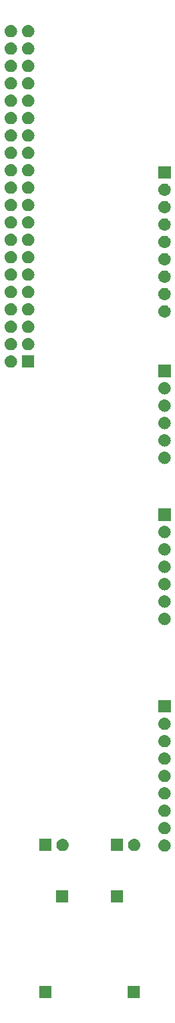
<source format=gbr>
G04 #@! TF.GenerationSoftware,KiCad,Pcbnew,5.0.1-33cea8e~68~ubuntu18.04.1*
G04 #@! TF.CreationDate,2018-11-05T13:53:31-05:00*
G04 #@! TF.ProjectId,core-1,636F72652D312E6B696361645F706362,rev?*
G04 #@! TF.SameCoordinates,Original*
G04 #@! TF.FileFunction,Soldermask,Bot*
G04 #@! TF.FilePolarity,Negative*
%FSLAX46Y46*%
G04 Gerber Fmt 4.6, Leading zero omitted, Abs format (unit mm)*
G04 Created by KiCad (PCBNEW 5.0.1-33cea8e~68~ubuntu18.04.1) date Mon 05 Nov 2018 01:53:31 PM EST*
%MOMM*%
%LPD*%
G01*
G04 APERTURE LIST*
%ADD10C,0.100000*%
G04 APERTURE END LIST*
D10*
G36*
X152401000Y-179651000D02*
X150599000Y-179651000D01*
X150599000Y-177849000D01*
X152401000Y-177849000D01*
X152401000Y-179651000D01*
X152401000Y-179651000D01*
G37*
G36*
X139401000Y-179651000D02*
X137599000Y-179651000D01*
X137599000Y-177849000D01*
X139401000Y-177849000D01*
X139401000Y-179651000D01*
X139401000Y-179651000D01*
G37*
G36*
X141901000Y-165651000D02*
X140099000Y-165651000D01*
X140099000Y-163849000D01*
X141901000Y-163849000D01*
X141901000Y-165651000D01*
X141901000Y-165651000D01*
G37*
G36*
X149901000Y-165651000D02*
X148099000Y-165651000D01*
X148099000Y-163849000D01*
X149901000Y-163849000D01*
X149901000Y-165651000D01*
X149901000Y-165651000D01*
G37*
G36*
X156110443Y-156425519D02*
X156176627Y-156432037D01*
X156289853Y-156466384D01*
X156346467Y-156483557D01*
X156485087Y-156557652D01*
X156502991Y-156567222D01*
X156538729Y-156596552D01*
X156640186Y-156679814D01*
X156695332Y-156747011D01*
X156752778Y-156817009D01*
X156752779Y-156817011D01*
X156836443Y-156973533D01*
X156836443Y-156973534D01*
X156887963Y-157143373D01*
X156905359Y-157320000D01*
X156887963Y-157496627D01*
X156857677Y-157596466D01*
X156836443Y-157666467D01*
X156790195Y-157752989D01*
X156752778Y-157822991D01*
X156723448Y-157858729D01*
X156640186Y-157960186D01*
X156538729Y-158043448D01*
X156502991Y-158072778D01*
X156502989Y-158072779D01*
X156346467Y-158156443D01*
X156289853Y-158173616D01*
X156176627Y-158207963D01*
X156110442Y-158214482D01*
X156044260Y-158221000D01*
X155955740Y-158221000D01*
X155889558Y-158214482D01*
X155823373Y-158207963D01*
X155710147Y-158173616D01*
X155653533Y-158156443D01*
X155497011Y-158072779D01*
X155497009Y-158072778D01*
X155461271Y-158043448D01*
X155359814Y-157960186D01*
X155276552Y-157858729D01*
X155247222Y-157822991D01*
X155209805Y-157752989D01*
X155163557Y-157666467D01*
X155142323Y-157596466D01*
X155112037Y-157496627D01*
X155094641Y-157320000D01*
X155112037Y-157143373D01*
X155163557Y-156973534D01*
X155163557Y-156973533D01*
X155247221Y-156817011D01*
X155247222Y-156817009D01*
X155304668Y-156747011D01*
X155359814Y-156679814D01*
X155461271Y-156596552D01*
X155497009Y-156567222D01*
X155514913Y-156557652D01*
X155653533Y-156483557D01*
X155710147Y-156466384D01*
X155823373Y-156432037D01*
X155889557Y-156425519D01*
X155955740Y-156419000D01*
X156044260Y-156419000D01*
X156110443Y-156425519D01*
X156110443Y-156425519D01*
G37*
G36*
X139401000Y-158151000D02*
X137599000Y-158151000D01*
X137599000Y-156349000D01*
X139401000Y-156349000D01*
X139401000Y-158151000D01*
X139401000Y-158151000D01*
G37*
G36*
X141150443Y-156355519D02*
X141216627Y-156362037D01*
X141329853Y-156396384D01*
X141386467Y-156413557D01*
X141517426Y-156483557D01*
X141542991Y-156497222D01*
X141578729Y-156526552D01*
X141680186Y-156609814D01*
X141737633Y-156679815D01*
X141792778Y-156747009D01*
X141792779Y-156747011D01*
X141876443Y-156903533D01*
X141876443Y-156903534D01*
X141927963Y-157073373D01*
X141945359Y-157250000D01*
X141927963Y-157426627D01*
X141906729Y-157496625D01*
X141876443Y-157596467D01*
X141802348Y-157735087D01*
X141792778Y-157752991D01*
X141763448Y-157788729D01*
X141680186Y-157890186D01*
X141594889Y-157960186D01*
X141542991Y-158002778D01*
X141542989Y-158002779D01*
X141386467Y-158086443D01*
X141329853Y-158103616D01*
X141216627Y-158137963D01*
X141150443Y-158144481D01*
X141084260Y-158151000D01*
X140995740Y-158151000D01*
X140929557Y-158144481D01*
X140863373Y-158137963D01*
X140750147Y-158103616D01*
X140693533Y-158086443D01*
X140537011Y-158002779D01*
X140537009Y-158002778D01*
X140485111Y-157960186D01*
X140399814Y-157890186D01*
X140316552Y-157788729D01*
X140287222Y-157752991D01*
X140277652Y-157735087D01*
X140203557Y-157596467D01*
X140173271Y-157496625D01*
X140152037Y-157426627D01*
X140134641Y-157250000D01*
X140152037Y-157073373D01*
X140203557Y-156903534D01*
X140203557Y-156903533D01*
X140287221Y-156747011D01*
X140287222Y-156747009D01*
X140342367Y-156679815D01*
X140399814Y-156609814D01*
X140501271Y-156526552D01*
X140537009Y-156497222D01*
X140562574Y-156483557D01*
X140693533Y-156413557D01*
X140750147Y-156396384D01*
X140863373Y-156362037D01*
X140929557Y-156355519D01*
X140995740Y-156349000D01*
X141084260Y-156349000D01*
X141150443Y-156355519D01*
X141150443Y-156355519D01*
G37*
G36*
X151650443Y-156355519D02*
X151716627Y-156362037D01*
X151829853Y-156396384D01*
X151886467Y-156413557D01*
X152017426Y-156483557D01*
X152042991Y-156497222D01*
X152078729Y-156526552D01*
X152180186Y-156609814D01*
X152237633Y-156679815D01*
X152292778Y-156747009D01*
X152292779Y-156747011D01*
X152376443Y-156903533D01*
X152376443Y-156903534D01*
X152427963Y-157073373D01*
X152445359Y-157250000D01*
X152427963Y-157426627D01*
X152406729Y-157496625D01*
X152376443Y-157596467D01*
X152302348Y-157735087D01*
X152292778Y-157752991D01*
X152263448Y-157788729D01*
X152180186Y-157890186D01*
X152094889Y-157960186D01*
X152042991Y-158002778D01*
X152042989Y-158002779D01*
X151886467Y-158086443D01*
X151829853Y-158103616D01*
X151716627Y-158137963D01*
X151650443Y-158144481D01*
X151584260Y-158151000D01*
X151495740Y-158151000D01*
X151429557Y-158144481D01*
X151363373Y-158137963D01*
X151250147Y-158103616D01*
X151193533Y-158086443D01*
X151037011Y-158002779D01*
X151037009Y-158002778D01*
X150985111Y-157960186D01*
X150899814Y-157890186D01*
X150816552Y-157788729D01*
X150787222Y-157752991D01*
X150777652Y-157735087D01*
X150703557Y-157596467D01*
X150673271Y-157496625D01*
X150652037Y-157426627D01*
X150634641Y-157250000D01*
X150652037Y-157073373D01*
X150703557Y-156903534D01*
X150703557Y-156903533D01*
X150787221Y-156747011D01*
X150787222Y-156747009D01*
X150842367Y-156679815D01*
X150899814Y-156609814D01*
X151001271Y-156526552D01*
X151037009Y-156497222D01*
X151062574Y-156483557D01*
X151193533Y-156413557D01*
X151250147Y-156396384D01*
X151363373Y-156362037D01*
X151429557Y-156355519D01*
X151495740Y-156349000D01*
X151584260Y-156349000D01*
X151650443Y-156355519D01*
X151650443Y-156355519D01*
G37*
G36*
X149901000Y-158151000D02*
X148099000Y-158151000D01*
X148099000Y-156349000D01*
X149901000Y-156349000D01*
X149901000Y-158151000D01*
X149901000Y-158151000D01*
G37*
G36*
X156110442Y-153885518D02*
X156176627Y-153892037D01*
X156289853Y-153926384D01*
X156346467Y-153943557D01*
X156485087Y-154017652D01*
X156502991Y-154027222D01*
X156538729Y-154056552D01*
X156640186Y-154139814D01*
X156723448Y-154241271D01*
X156752778Y-154277009D01*
X156752779Y-154277011D01*
X156836443Y-154433533D01*
X156836443Y-154433534D01*
X156887963Y-154603373D01*
X156905359Y-154780000D01*
X156887963Y-154956627D01*
X156853616Y-155069853D01*
X156836443Y-155126467D01*
X156762348Y-155265087D01*
X156752778Y-155282991D01*
X156723448Y-155318729D01*
X156640186Y-155420186D01*
X156538729Y-155503448D01*
X156502991Y-155532778D01*
X156502989Y-155532779D01*
X156346467Y-155616443D01*
X156289853Y-155633616D01*
X156176627Y-155667963D01*
X156110443Y-155674481D01*
X156044260Y-155681000D01*
X155955740Y-155681000D01*
X155889557Y-155674481D01*
X155823373Y-155667963D01*
X155710147Y-155633616D01*
X155653533Y-155616443D01*
X155497011Y-155532779D01*
X155497009Y-155532778D01*
X155461271Y-155503448D01*
X155359814Y-155420186D01*
X155276552Y-155318729D01*
X155247222Y-155282991D01*
X155237652Y-155265087D01*
X155163557Y-155126467D01*
X155146384Y-155069853D01*
X155112037Y-154956627D01*
X155094641Y-154780000D01*
X155112037Y-154603373D01*
X155163557Y-154433534D01*
X155163557Y-154433533D01*
X155247221Y-154277011D01*
X155247222Y-154277009D01*
X155276552Y-154241271D01*
X155359814Y-154139814D01*
X155461271Y-154056552D01*
X155497009Y-154027222D01*
X155514913Y-154017652D01*
X155653533Y-153943557D01*
X155710147Y-153926384D01*
X155823373Y-153892037D01*
X155889558Y-153885518D01*
X155955740Y-153879000D01*
X156044260Y-153879000D01*
X156110442Y-153885518D01*
X156110442Y-153885518D01*
G37*
G36*
X156110442Y-151345518D02*
X156176627Y-151352037D01*
X156289853Y-151386384D01*
X156346467Y-151403557D01*
X156485087Y-151477652D01*
X156502991Y-151487222D01*
X156538729Y-151516552D01*
X156640186Y-151599814D01*
X156723448Y-151701271D01*
X156752778Y-151737009D01*
X156752779Y-151737011D01*
X156836443Y-151893533D01*
X156836443Y-151893534D01*
X156887963Y-152063373D01*
X156905359Y-152240000D01*
X156887963Y-152416627D01*
X156853616Y-152529853D01*
X156836443Y-152586467D01*
X156762348Y-152725087D01*
X156752778Y-152742991D01*
X156723448Y-152778729D01*
X156640186Y-152880186D01*
X156538729Y-152963448D01*
X156502991Y-152992778D01*
X156502989Y-152992779D01*
X156346467Y-153076443D01*
X156289853Y-153093616D01*
X156176627Y-153127963D01*
X156110443Y-153134481D01*
X156044260Y-153141000D01*
X155955740Y-153141000D01*
X155889557Y-153134481D01*
X155823373Y-153127963D01*
X155710147Y-153093616D01*
X155653533Y-153076443D01*
X155497011Y-152992779D01*
X155497009Y-152992778D01*
X155461271Y-152963448D01*
X155359814Y-152880186D01*
X155276552Y-152778729D01*
X155247222Y-152742991D01*
X155237652Y-152725087D01*
X155163557Y-152586467D01*
X155146384Y-152529853D01*
X155112037Y-152416627D01*
X155094641Y-152240000D01*
X155112037Y-152063373D01*
X155163557Y-151893534D01*
X155163557Y-151893533D01*
X155247221Y-151737011D01*
X155247222Y-151737009D01*
X155276552Y-151701271D01*
X155359814Y-151599814D01*
X155461271Y-151516552D01*
X155497009Y-151487222D01*
X155514913Y-151477652D01*
X155653533Y-151403557D01*
X155710147Y-151386384D01*
X155823373Y-151352037D01*
X155889558Y-151345518D01*
X155955740Y-151339000D01*
X156044260Y-151339000D01*
X156110442Y-151345518D01*
X156110442Y-151345518D01*
G37*
G36*
X156110442Y-148805518D02*
X156176627Y-148812037D01*
X156289853Y-148846384D01*
X156346467Y-148863557D01*
X156485087Y-148937652D01*
X156502991Y-148947222D01*
X156538729Y-148976552D01*
X156640186Y-149059814D01*
X156723448Y-149161271D01*
X156752778Y-149197009D01*
X156752779Y-149197011D01*
X156836443Y-149353533D01*
X156836443Y-149353534D01*
X156887963Y-149523373D01*
X156905359Y-149700000D01*
X156887963Y-149876627D01*
X156853616Y-149989853D01*
X156836443Y-150046467D01*
X156762348Y-150185087D01*
X156752778Y-150202991D01*
X156723448Y-150238729D01*
X156640186Y-150340186D01*
X156538729Y-150423448D01*
X156502991Y-150452778D01*
X156502989Y-150452779D01*
X156346467Y-150536443D01*
X156289853Y-150553616D01*
X156176627Y-150587963D01*
X156110442Y-150594482D01*
X156044260Y-150601000D01*
X155955740Y-150601000D01*
X155889558Y-150594482D01*
X155823373Y-150587963D01*
X155710147Y-150553616D01*
X155653533Y-150536443D01*
X155497011Y-150452779D01*
X155497009Y-150452778D01*
X155461271Y-150423448D01*
X155359814Y-150340186D01*
X155276552Y-150238729D01*
X155247222Y-150202991D01*
X155237652Y-150185087D01*
X155163557Y-150046467D01*
X155146384Y-149989853D01*
X155112037Y-149876627D01*
X155094641Y-149700000D01*
X155112037Y-149523373D01*
X155163557Y-149353534D01*
X155163557Y-149353533D01*
X155247221Y-149197011D01*
X155247222Y-149197009D01*
X155276552Y-149161271D01*
X155359814Y-149059814D01*
X155461271Y-148976552D01*
X155497009Y-148947222D01*
X155514913Y-148937652D01*
X155653533Y-148863557D01*
X155710147Y-148846384D01*
X155823373Y-148812037D01*
X155889558Y-148805518D01*
X155955740Y-148799000D01*
X156044260Y-148799000D01*
X156110442Y-148805518D01*
X156110442Y-148805518D01*
G37*
G36*
X156110443Y-146265519D02*
X156176627Y-146272037D01*
X156289853Y-146306384D01*
X156346467Y-146323557D01*
X156485087Y-146397652D01*
X156502991Y-146407222D01*
X156538729Y-146436552D01*
X156640186Y-146519814D01*
X156723448Y-146621271D01*
X156752778Y-146657009D01*
X156752779Y-146657011D01*
X156836443Y-146813533D01*
X156836443Y-146813534D01*
X156887963Y-146983373D01*
X156905359Y-147160000D01*
X156887963Y-147336627D01*
X156853616Y-147449853D01*
X156836443Y-147506467D01*
X156762348Y-147645087D01*
X156752778Y-147662991D01*
X156723448Y-147698729D01*
X156640186Y-147800186D01*
X156538729Y-147883448D01*
X156502991Y-147912778D01*
X156502989Y-147912779D01*
X156346467Y-147996443D01*
X156289853Y-148013616D01*
X156176627Y-148047963D01*
X156110442Y-148054482D01*
X156044260Y-148061000D01*
X155955740Y-148061000D01*
X155889558Y-148054482D01*
X155823373Y-148047963D01*
X155710147Y-148013616D01*
X155653533Y-147996443D01*
X155497011Y-147912779D01*
X155497009Y-147912778D01*
X155461271Y-147883448D01*
X155359814Y-147800186D01*
X155276552Y-147698729D01*
X155247222Y-147662991D01*
X155237652Y-147645087D01*
X155163557Y-147506467D01*
X155146384Y-147449853D01*
X155112037Y-147336627D01*
X155094641Y-147160000D01*
X155112037Y-146983373D01*
X155163557Y-146813534D01*
X155163557Y-146813533D01*
X155247221Y-146657011D01*
X155247222Y-146657009D01*
X155276552Y-146621271D01*
X155359814Y-146519814D01*
X155461271Y-146436552D01*
X155497009Y-146407222D01*
X155514913Y-146397652D01*
X155653533Y-146323557D01*
X155710147Y-146306384D01*
X155823373Y-146272037D01*
X155889557Y-146265519D01*
X155955740Y-146259000D01*
X156044260Y-146259000D01*
X156110443Y-146265519D01*
X156110443Y-146265519D01*
G37*
G36*
X156110443Y-143725519D02*
X156176627Y-143732037D01*
X156289853Y-143766384D01*
X156346467Y-143783557D01*
X156485087Y-143857652D01*
X156502991Y-143867222D01*
X156538729Y-143896552D01*
X156640186Y-143979814D01*
X156723448Y-144081271D01*
X156752778Y-144117009D01*
X156752779Y-144117011D01*
X156836443Y-144273533D01*
X156836443Y-144273534D01*
X156887963Y-144443373D01*
X156905359Y-144620000D01*
X156887963Y-144796627D01*
X156853616Y-144909853D01*
X156836443Y-144966467D01*
X156762348Y-145105087D01*
X156752778Y-145122991D01*
X156723448Y-145158729D01*
X156640186Y-145260186D01*
X156538729Y-145343448D01*
X156502991Y-145372778D01*
X156502989Y-145372779D01*
X156346467Y-145456443D01*
X156289853Y-145473616D01*
X156176627Y-145507963D01*
X156110443Y-145514481D01*
X156044260Y-145521000D01*
X155955740Y-145521000D01*
X155889557Y-145514481D01*
X155823373Y-145507963D01*
X155710147Y-145473616D01*
X155653533Y-145456443D01*
X155497011Y-145372779D01*
X155497009Y-145372778D01*
X155461271Y-145343448D01*
X155359814Y-145260186D01*
X155276552Y-145158729D01*
X155247222Y-145122991D01*
X155237652Y-145105087D01*
X155163557Y-144966467D01*
X155146384Y-144909853D01*
X155112037Y-144796627D01*
X155094641Y-144620000D01*
X155112037Y-144443373D01*
X155163557Y-144273534D01*
X155163557Y-144273533D01*
X155247221Y-144117011D01*
X155247222Y-144117009D01*
X155276552Y-144081271D01*
X155359814Y-143979814D01*
X155461271Y-143896552D01*
X155497009Y-143867222D01*
X155514913Y-143857652D01*
X155653533Y-143783557D01*
X155710147Y-143766384D01*
X155823373Y-143732037D01*
X155889557Y-143725519D01*
X155955740Y-143719000D01*
X156044260Y-143719000D01*
X156110443Y-143725519D01*
X156110443Y-143725519D01*
G37*
G36*
X156110442Y-141185518D02*
X156176627Y-141192037D01*
X156289853Y-141226384D01*
X156346467Y-141243557D01*
X156485087Y-141317652D01*
X156502991Y-141327222D01*
X156538729Y-141356552D01*
X156640186Y-141439814D01*
X156723448Y-141541271D01*
X156752778Y-141577009D01*
X156752779Y-141577011D01*
X156836443Y-141733533D01*
X156836443Y-141733534D01*
X156887963Y-141903373D01*
X156905359Y-142080000D01*
X156887963Y-142256627D01*
X156853616Y-142369853D01*
X156836443Y-142426467D01*
X156762348Y-142565087D01*
X156752778Y-142582991D01*
X156723448Y-142618729D01*
X156640186Y-142720186D01*
X156538729Y-142803448D01*
X156502991Y-142832778D01*
X156502989Y-142832779D01*
X156346467Y-142916443D01*
X156289853Y-142933616D01*
X156176627Y-142967963D01*
X156110442Y-142974482D01*
X156044260Y-142981000D01*
X155955740Y-142981000D01*
X155889558Y-142974482D01*
X155823373Y-142967963D01*
X155710147Y-142933616D01*
X155653533Y-142916443D01*
X155497011Y-142832779D01*
X155497009Y-142832778D01*
X155461271Y-142803448D01*
X155359814Y-142720186D01*
X155276552Y-142618729D01*
X155247222Y-142582991D01*
X155237652Y-142565087D01*
X155163557Y-142426467D01*
X155146384Y-142369853D01*
X155112037Y-142256627D01*
X155094641Y-142080000D01*
X155112037Y-141903373D01*
X155163557Y-141733534D01*
X155163557Y-141733533D01*
X155247221Y-141577011D01*
X155247222Y-141577009D01*
X155276552Y-141541271D01*
X155359814Y-141439814D01*
X155461271Y-141356552D01*
X155497009Y-141327222D01*
X155514913Y-141317652D01*
X155653533Y-141243557D01*
X155710147Y-141226384D01*
X155823373Y-141192037D01*
X155889558Y-141185518D01*
X155955740Y-141179000D01*
X156044260Y-141179000D01*
X156110442Y-141185518D01*
X156110442Y-141185518D01*
G37*
G36*
X156110443Y-138645519D02*
X156176627Y-138652037D01*
X156289853Y-138686384D01*
X156346467Y-138703557D01*
X156485087Y-138777652D01*
X156502991Y-138787222D01*
X156538729Y-138816552D01*
X156640186Y-138899814D01*
X156723448Y-139001271D01*
X156752778Y-139037009D01*
X156752779Y-139037011D01*
X156836443Y-139193533D01*
X156836443Y-139193534D01*
X156887963Y-139363373D01*
X156905359Y-139540000D01*
X156887963Y-139716627D01*
X156853616Y-139829853D01*
X156836443Y-139886467D01*
X156762348Y-140025087D01*
X156752778Y-140042991D01*
X156723448Y-140078729D01*
X156640186Y-140180186D01*
X156538729Y-140263448D01*
X156502991Y-140292778D01*
X156502989Y-140292779D01*
X156346467Y-140376443D01*
X156289853Y-140393616D01*
X156176627Y-140427963D01*
X156110442Y-140434482D01*
X156044260Y-140441000D01*
X155955740Y-140441000D01*
X155889558Y-140434482D01*
X155823373Y-140427963D01*
X155710147Y-140393616D01*
X155653533Y-140376443D01*
X155497011Y-140292779D01*
X155497009Y-140292778D01*
X155461271Y-140263448D01*
X155359814Y-140180186D01*
X155276552Y-140078729D01*
X155247222Y-140042991D01*
X155237652Y-140025087D01*
X155163557Y-139886467D01*
X155146384Y-139829853D01*
X155112037Y-139716627D01*
X155094641Y-139540000D01*
X155112037Y-139363373D01*
X155163557Y-139193534D01*
X155163557Y-139193533D01*
X155247221Y-139037011D01*
X155247222Y-139037009D01*
X155276552Y-139001271D01*
X155359814Y-138899814D01*
X155461271Y-138816552D01*
X155497009Y-138787222D01*
X155514913Y-138777652D01*
X155653533Y-138703557D01*
X155710147Y-138686384D01*
X155823373Y-138652037D01*
X155889557Y-138645519D01*
X155955740Y-138639000D01*
X156044260Y-138639000D01*
X156110443Y-138645519D01*
X156110443Y-138645519D01*
G37*
G36*
X156901000Y-137901000D02*
X155099000Y-137901000D01*
X155099000Y-136099000D01*
X156901000Y-136099000D01*
X156901000Y-137901000D01*
X156901000Y-137901000D01*
G37*
G36*
X156110443Y-123345519D02*
X156176627Y-123352037D01*
X156289853Y-123386384D01*
X156346467Y-123403557D01*
X156485087Y-123477652D01*
X156502991Y-123487222D01*
X156538729Y-123516552D01*
X156640186Y-123599814D01*
X156723448Y-123701271D01*
X156752778Y-123737009D01*
X156752779Y-123737011D01*
X156836443Y-123893533D01*
X156836443Y-123893534D01*
X156887963Y-124063373D01*
X156905359Y-124240000D01*
X156887963Y-124416627D01*
X156853616Y-124529853D01*
X156836443Y-124586467D01*
X156762348Y-124725087D01*
X156752778Y-124742991D01*
X156723448Y-124778729D01*
X156640186Y-124880186D01*
X156538729Y-124963448D01*
X156502991Y-124992778D01*
X156502989Y-124992779D01*
X156346467Y-125076443D01*
X156289853Y-125093616D01*
X156176627Y-125127963D01*
X156110442Y-125134482D01*
X156044260Y-125141000D01*
X155955740Y-125141000D01*
X155889558Y-125134482D01*
X155823373Y-125127963D01*
X155710147Y-125093616D01*
X155653533Y-125076443D01*
X155497011Y-124992779D01*
X155497009Y-124992778D01*
X155461271Y-124963448D01*
X155359814Y-124880186D01*
X155276552Y-124778729D01*
X155247222Y-124742991D01*
X155237652Y-124725087D01*
X155163557Y-124586467D01*
X155146384Y-124529853D01*
X155112037Y-124416627D01*
X155094641Y-124240000D01*
X155112037Y-124063373D01*
X155163557Y-123893534D01*
X155163557Y-123893533D01*
X155247221Y-123737011D01*
X155247222Y-123737009D01*
X155276552Y-123701271D01*
X155359814Y-123599814D01*
X155461271Y-123516552D01*
X155497009Y-123487222D01*
X155514913Y-123477652D01*
X155653533Y-123403557D01*
X155710147Y-123386384D01*
X155823373Y-123352037D01*
X155889557Y-123345519D01*
X155955740Y-123339000D01*
X156044260Y-123339000D01*
X156110443Y-123345519D01*
X156110443Y-123345519D01*
G37*
G36*
X156110443Y-120805519D02*
X156176627Y-120812037D01*
X156289853Y-120846384D01*
X156346467Y-120863557D01*
X156485087Y-120937652D01*
X156502991Y-120947222D01*
X156538729Y-120976552D01*
X156640186Y-121059814D01*
X156723448Y-121161271D01*
X156752778Y-121197009D01*
X156752779Y-121197011D01*
X156836443Y-121353533D01*
X156836443Y-121353534D01*
X156887963Y-121523373D01*
X156905359Y-121700000D01*
X156887963Y-121876627D01*
X156853616Y-121989853D01*
X156836443Y-122046467D01*
X156762348Y-122185087D01*
X156752778Y-122202991D01*
X156723448Y-122238729D01*
X156640186Y-122340186D01*
X156538729Y-122423448D01*
X156502991Y-122452778D01*
X156502989Y-122452779D01*
X156346467Y-122536443D01*
X156289853Y-122553616D01*
X156176627Y-122587963D01*
X156110443Y-122594481D01*
X156044260Y-122601000D01*
X155955740Y-122601000D01*
X155889557Y-122594481D01*
X155823373Y-122587963D01*
X155710147Y-122553616D01*
X155653533Y-122536443D01*
X155497011Y-122452779D01*
X155497009Y-122452778D01*
X155461271Y-122423448D01*
X155359814Y-122340186D01*
X155276552Y-122238729D01*
X155247222Y-122202991D01*
X155237652Y-122185087D01*
X155163557Y-122046467D01*
X155146384Y-121989853D01*
X155112037Y-121876627D01*
X155094641Y-121700000D01*
X155112037Y-121523373D01*
X155163557Y-121353534D01*
X155163557Y-121353533D01*
X155247221Y-121197011D01*
X155247222Y-121197009D01*
X155276552Y-121161271D01*
X155359814Y-121059814D01*
X155461271Y-120976552D01*
X155497009Y-120947222D01*
X155514913Y-120937652D01*
X155653533Y-120863557D01*
X155710147Y-120846384D01*
X155823373Y-120812037D01*
X155889557Y-120805519D01*
X155955740Y-120799000D01*
X156044260Y-120799000D01*
X156110443Y-120805519D01*
X156110443Y-120805519D01*
G37*
G36*
X156110442Y-118265518D02*
X156176627Y-118272037D01*
X156289853Y-118306384D01*
X156346467Y-118323557D01*
X156485087Y-118397652D01*
X156502991Y-118407222D01*
X156538729Y-118436552D01*
X156640186Y-118519814D01*
X156723448Y-118621271D01*
X156752778Y-118657009D01*
X156752779Y-118657011D01*
X156836443Y-118813533D01*
X156836443Y-118813534D01*
X156887963Y-118983373D01*
X156905359Y-119160000D01*
X156887963Y-119336627D01*
X156853616Y-119449853D01*
X156836443Y-119506467D01*
X156762348Y-119645087D01*
X156752778Y-119662991D01*
X156723448Y-119698729D01*
X156640186Y-119800186D01*
X156538729Y-119883448D01*
X156502991Y-119912778D01*
X156502989Y-119912779D01*
X156346467Y-119996443D01*
X156289853Y-120013616D01*
X156176627Y-120047963D01*
X156110443Y-120054481D01*
X156044260Y-120061000D01*
X155955740Y-120061000D01*
X155889557Y-120054481D01*
X155823373Y-120047963D01*
X155710147Y-120013616D01*
X155653533Y-119996443D01*
X155497011Y-119912779D01*
X155497009Y-119912778D01*
X155461271Y-119883448D01*
X155359814Y-119800186D01*
X155276552Y-119698729D01*
X155247222Y-119662991D01*
X155237652Y-119645087D01*
X155163557Y-119506467D01*
X155146384Y-119449853D01*
X155112037Y-119336627D01*
X155094641Y-119160000D01*
X155112037Y-118983373D01*
X155163557Y-118813534D01*
X155163557Y-118813533D01*
X155247221Y-118657011D01*
X155247222Y-118657009D01*
X155276552Y-118621271D01*
X155359814Y-118519814D01*
X155461271Y-118436552D01*
X155497009Y-118407222D01*
X155514913Y-118397652D01*
X155653533Y-118323557D01*
X155710147Y-118306384D01*
X155823373Y-118272037D01*
X155889558Y-118265518D01*
X155955740Y-118259000D01*
X156044260Y-118259000D01*
X156110442Y-118265518D01*
X156110442Y-118265518D01*
G37*
G36*
X156110443Y-115725519D02*
X156176627Y-115732037D01*
X156289853Y-115766384D01*
X156346467Y-115783557D01*
X156485087Y-115857652D01*
X156502991Y-115867222D01*
X156538729Y-115896552D01*
X156640186Y-115979814D01*
X156723448Y-116081271D01*
X156752778Y-116117009D01*
X156752779Y-116117011D01*
X156836443Y-116273533D01*
X156836443Y-116273534D01*
X156887963Y-116443373D01*
X156905359Y-116620000D01*
X156887963Y-116796627D01*
X156853616Y-116909853D01*
X156836443Y-116966467D01*
X156762348Y-117105087D01*
X156752778Y-117122991D01*
X156723448Y-117158729D01*
X156640186Y-117260186D01*
X156538729Y-117343448D01*
X156502991Y-117372778D01*
X156502989Y-117372779D01*
X156346467Y-117456443D01*
X156289853Y-117473616D01*
X156176627Y-117507963D01*
X156110443Y-117514481D01*
X156044260Y-117521000D01*
X155955740Y-117521000D01*
X155889557Y-117514481D01*
X155823373Y-117507963D01*
X155710147Y-117473616D01*
X155653533Y-117456443D01*
X155497011Y-117372779D01*
X155497009Y-117372778D01*
X155461271Y-117343448D01*
X155359814Y-117260186D01*
X155276552Y-117158729D01*
X155247222Y-117122991D01*
X155237652Y-117105087D01*
X155163557Y-116966467D01*
X155146384Y-116909853D01*
X155112037Y-116796627D01*
X155094641Y-116620000D01*
X155112037Y-116443373D01*
X155163557Y-116273534D01*
X155163557Y-116273533D01*
X155247221Y-116117011D01*
X155247222Y-116117009D01*
X155276552Y-116081271D01*
X155359814Y-115979814D01*
X155461271Y-115896552D01*
X155497009Y-115867222D01*
X155514913Y-115857652D01*
X155653533Y-115783557D01*
X155710147Y-115766384D01*
X155823373Y-115732037D01*
X155889557Y-115725519D01*
X155955740Y-115719000D01*
X156044260Y-115719000D01*
X156110443Y-115725519D01*
X156110443Y-115725519D01*
G37*
G36*
X156110442Y-113185518D02*
X156176627Y-113192037D01*
X156289853Y-113226384D01*
X156346467Y-113243557D01*
X156485087Y-113317652D01*
X156502991Y-113327222D01*
X156538729Y-113356552D01*
X156640186Y-113439814D01*
X156723448Y-113541271D01*
X156752778Y-113577009D01*
X156752779Y-113577011D01*
X156836443Y-113733533D01*
X156836443Y-113733534D01*
X156887963Y-113903373D01*
X156905359Y-114080000D01*
X156887963Y-114256627D01*
X156853616Y-114369853D01*
X156836443Y-114426467D01*
X156762348Y-114565087D01*
X156752778Y-114582991D01*
X156723448Y-114618729D01*
X156640186Y-114720186D01*
X156538729Y-114803448D01*
X156502991Y-114832778D01*
X156502989Y-114832779D01*
X156346467Y-114916443D01*
X156289853Y-114933616D01*
X156176627Y-114967963D01*
X156110442Y-114974482D01*
X156044260Y-114981000D01*
X155955740Y-114981000D01*
X155889558Y-114974482D01*
X155823373Y-114967963D01*
X155710147Y-114933616D01*
X155653533Y-114916443D01*
X155497011Y-114832779D01*
X155497009Y-114832778D01*
X155461271Y-114803448D01*
X155359814Y-114720186D01*
X155276552Y-114618729D01*
X155247222Y-114582991D01*
X155237652Y-114565087D01*
X155163557Y-114426467D01*
X155146384Y-114369853D01*
X155112037Y-114256627D01*
X155094641Y-114080000D01*
X155112037Y-113903373D01*
X155163557Y-113733534D01*
X155163557Y-113733533D01*
X155247221Y-113577011D01*
X155247222Y-113577009D01*
X155276552Y-113541271D01*
X155359814Y-113439814D01*
X155461271Y-113356552D01*
X155497009Y-113327222D01*
X155514913Y-113317652D01*
X155653533Y-113243557D01*
X155710147Y-113226384D01*
X155823373Y-113192037D01*
X155889558Y-113185518D01*
X155955740Y-113179000D01*
X156044260Y-113179000D01*
X156110442Y-113185518D01*
X156110442Y-113185518D01*
G37*
G36*
X156110442Y-110645518D02*
X156176627Y-110652037D01*
X156289853Y-110686384D01*
X156346467Y-110703557D01*
X156485087Y-110777652D01*
X156502991Y-110787222D01*
X156538729Y-110816552D01*
X156640186Y-110899814D01*
X156723448Y-111001271D01*
X156752778Y-111037009D01*
X156752779Y-111037011D01*
X156836443Y-111193533D01*
X156836443Y-111193534D01*
X156887963Y-111363373D01*
X156905359Y-111540000D01*
X156887963Y-111716627D01*
X156853616Y-111829853D01*
X156836443Y-111886467D01*
X156762348Y-112025087D01*
X156752778Y-112042991D01*
X156723448Y-112078729D01*
X156640186Y-112180186D01*
X156538729Y-112263448D01*
X156502991Y-112292778D01*
X156502989Y-112292779D01*
X156346467Y-112376443D01*
X156289853Y-112393616D01*
X156176627Y-112427963D01*
X156110442Y-112434482D01*
X156044260Y-112441000D01*
X155955740Y-112441000D01*
X155889558Y-112434482D01*
X155823373Y-112427963D01*
X155710147Y-112393616D01*
X155653533Y-112376443D01*
X155497011Y-112292779D01*
X155497009Y-112292778D01*
X155461271Y-112263448D01*
X155359814Y-112180186D01*
X155276552Y-112078729D01*
X155247222Y-112042991D01*
X155237652Y-112025087D01*
X155163557Y-111886467D01*
X155146384Y-111829853D01*
X155112037Y-111716627D01*
X155094641Y-111540000D01*
X155112037Y-111363373D01*
X155163557Y-111193534D01*
X155163557Y-111193533D01*
X155247221Y-111037011D01*
X155247222Y-111037009D01*
X155276552Y-111001271D01*
X155359814Y-110899814D01*
X155461271Y-110816552D01*
X155497009Y-110787222D01*
X155514913Y-110777652D01*
X155653533Y-110703557D01*
X155710147Y-110686384D01*
X155823373Y-110652037D01*
X155889558Y-110645518D01*
X155955740Y-110639000D01*
X156044260Y-110639000D01*
X156110442Y-110645518D01*
X156110442Y-110645518D01*
G37*
G36*
X156901000Y-109901000D02*
X155099000Y-109901000D01*
X155099000Y-108099000D01*
X156901000Y-108099000D01*
X156901000Y-109901000D01*
X156901000Y-109901000D01*
G37*
G36*
X156110442Y-99805518D02*
X156176627Y-99812037D01*
X156289853Y-99846384D01*
X156346467Y-99863557D01*
X156485087Y-99937652D01*
X156502991Y-99947222D01*
X156538729Y-99976552D01*
X156640186Y-100059814D01*
X156723448Y-100161271D01*
X156752778Y-100197009D01*
X156752779Y-100197011D01*
X156836443Y-100353533D01*
X156836443Y-100353534D01*
X156887963Y-100523373D01*
X156905359Y-100700000D01*
X156887963Y-100876627D01*
X156853616Y-100989853D01*
X156836443Y-101046467D01*
X156762348Y-101185087D01*
X156752778Y-101202991D01*
X156723448Y-101238729D01*
X156640186Y-101340186D01*
X156538729Y-101423448D01*
X156502991Y-101452778D01*
X156502989Y-101452779D01*
X156346467Y-101536443D01*
X156289853Y-101553616D01*
X156176627Y-101587963D01*
X156110443Y-101594481D01*
X156044260Y-101601000D01*
X155955740Y-101601000D01*
X155889557Y-101594481D01*
X155823373Y-101587963D01*
X155710147Y-101553616D01*
X155653533Y-101536443D01*
X155497011Y-101452779D01*
X155497009Y-101452778D01*
X155461271Y-101423448D01*
X155359814Y-101340186D01*
X155276552Y-101238729D01*
X155247222Y-101202991D01*
X155237652Y-101185087D01*
X155163557Y-101046467D01*
X155146384Y-100989853D01*
X155112037Y-100876627D01*
X155094641Y-100700000D01*
X155112037Y-100523373D01*
X155163557Y-100353534D01*
X155163557Y-100353533D01*
X155247221Y-100197011D01*
X155247222Y-100197009D01*
X155276552Y-100161271D01*
X155359814Y-100059814D01*
X155461271Y-99976552D01*
X155497009Y-99947222D01*
X155514913Y-99937652D01*
X155653533Y-99863557D01*
X155710147Y-99846384D01*
X155823373Y-99812037D01*
X155889558Y-99805518D01*
X155955740Y-99799000D01*
X156044260Y-99799000D01*
X156110442Y-99805518D01*
X156110442Y-99805518D01*
G37*
G36*
X156110443Y-97265519D02*
X156176627Y-97272037D01*
X156289853Y-97306384D01*
X156346467Y-97323557D01*
X156485087Y-97397652D01*
X156502991Y-97407222D01*
X156538729Y-97436552D01*
X156640186Y-97519814D01*
X156723448Y-97621271D01*
X156752778Y-97657009D01*
X156752779Y-97657011D01*
X156836443Y-97813533D01*
X156836443Y-97813534D01*
X156887963Y-97983373D01*
X156905359Y-98160000D01*
X156887963Y-98336627D01*
X156853616Y-98449853D01*
X156836443Y-98506467D01*
X156762348Y-98645087D01*
X156752778Y-98662991D01*
X156723448Y-98698729D01*
X156640186Y-98800186D01*
X156538729Y-98883448D01*
X156502991Y-98912778D01*
X156502989Y-98912779D01*
X156346467Y-98996443D01*
X156289853Y-99013616D01*
X156176627Y-99047963D01*
X156110442Y-99054482D01*
X156044260Y-99061000D01*
X155955740Y-99061000D01*
X155889557Y-99054481D01*
X155823373Y-99047963D01*
X155710147Y-99013616D01*
X155653533Y-98996443D01*
X155497011Y-98912779D01*
X155497009Y-98912778D01*
X155461271Y-98883448D01*
X155359814Y-98800186D01*
X155276552Y-98698729D01*
X155247222Y-98662991D01*
X155237652Y-98645087D01*
X155163557Y-98506467D01*
X155146384Y-98449853D01*
X155112037Y-98336627D01*
X155094641Y-98160000D01*
X155112037Y-97983373D01*
X155163557Y-97813534D01*
X155163557Y-97813533D01*
X155247221Y-97657011D01*
X155247222Y-97657009D01*
X155276552Y-97621271D01*
X155359814Y-97519814D01*
X155461271Y-97436552D01*
X155497009Y-97407222D01*
X155514913Y-97397652D01*
X155653533Y-97323557D01*
X155710147Y-97306384D01*
X155823373Y-97272037D01*
X155889557Y-97265519D01*
X155955740Y-97259000D01*
X156044260Y-97259000D01*
X156110443Y-97265519D01*
X156110443Y-97265519D01*
G37*
G36*
X156110442Y-94725518D02*
X156176627Y-94732037D01*
X156289853Y-94766384D01*
X156346467Y-94783557D01*
X156485087Y-94857652D01*
X156502991Y-94867222D01*
X156538729Y-94896552D01*
X156640186Y-94979814D01*
X156723448Y-95081271D01*
X156752778Y-95117009D01*
X156752779Y-95117011D01*
X156836443Y-95273533D01*
X156836443Y-95273534D01*
X156887963Y-95443373D01*
X156905359Y-95620000D01*
X156887963Y-95796627D01*
X156853616Y-95909853D01*
X156836443Y-95966467D01*
X156762348Y-96105087D01*
X156752778Y-96122991D01*
X156723448Y-96158729D01*
X156640186Y-96260186D01*
X156538729Y-96343448D01*
X156502991Y-96372778D01*
X156502989Y-96372779D01*
X156346467Y-96456443D01*
X156289853Y-96473616D01*
X156176627Y-96507963D01*
X156110442Y-96514482D01*
X156044260Y-96521000D01*
X155955740Y-96521000D01*
X155889558Y-96514482D01*
X155823373Y-96507963D01*
X155710147Y-96473616D01*
X155653533Y-96456443D01*
X155497011Y-96372779D01*
X155497009Y-96372778D01*
X155461271Y-96343448D01*
X155359814Y-96260186D01*
X155276552Y-96158729D01*
X155247222Y-96122991D01*
X155237652Y-96105087D01*
X155163557Y-95966467D01*
X155146384Y-95909853D01*
X155112037Y-95796627D01*
X155094641Y-95620000D01*
X155112037Y-95443373D01*
X155163557Y-95273534D01*
X155163557Y-95273533D01*
X155247221Y-95117011D01*
X155247222Y-95117009D01*
X155276552Y-95081271D01*
X155359814Y-94979814D01*
X155461271Y-94896552D01*
X155497009Y-94867222D01*
X155514913Y-94857652D01*
X155653533Y-94783557D01*
X155710147Y-94766384D01*
X155823373Y-94732037D01*
X155889557Y-94725519D01*
X155955740Y-94719000D01*
X156044260Y-94719000D01*
X156110442Y-94725518D01*
X156110442Y-94725518D01*
G37*
G36*
X156110443Y-92185519D02*
X156176627Y-92192037D01*
X156289853Y-92226384D01*
X156346467Y-92243557D01*
X156485087Y-92317652D01*
X156502991Y-92327222D01*
X156538729Y-92356552D01*
X156640186Y-92439814D01*
X156723448Y-92541271D01*
X156752778Y-92577009D01*
X156752779Y-92577011D01*
X156836443Y-92733533D01*
X156836443Y-92733534D01*
X156887963Y-92903373D01*
X156905359Y-93080000D01*
X156887963Y-93256627D01*
X156853616Y-93369853D01*
X156836443Y-93426467D01*
X156762348Y-93565087D01*
X156752778Y-93582991D01*
X156723448Y-93618729D01*
X156640186Y-93720186D01*
X156538729Y-93803448D01*
X156502991Y-93832778D01*
X156502989Y-93832779D01*
X156346467Y-93916443D01*
X156289853Y-93933616D01*
X156176627Y-93967963D01*
X156110442Y-93974482D01*
X156044260Y-93981000D01*
X155955740Y-93981000D01*
X155889558Y-93974482D01*
X155823373Y-93967963D01*
X155710147Y-93933616D01*
X155653533Y-93916443D01*
X155497011Y-93832779D01*
X155497009Y-93832778D01*
X155461271Y-93803448D01*
X155359814Y-93720186D01*
X155276552Y-93618729D01*
X155247222Y-93582991D01*
X155237652Y-93565087D01*
X155163557Y-93426467D01*
X155146384Y-93369853D01*
X155112037Y-93256627D01*
X155094641Y-93080000D01*
X155112037Y-92903373D01*
X155163557Y-92733534D01*
X155163557Y-92733533D01*
X155247221Y-92577011D01*
X155247222Y-92577009D01*
X155276552Y-92541271D01*
X155359814Y-92439814D01*
X155461271Y-92356552D01*
X155497009Y-92327222D01*
X155514913Y-92317652D01*
X155653533Y-92243557D01*
X155710147Y-92226384D01*
X155823373Y-92192037D01*
X155889557Y-92185519D01*
X155955740Y-92179000D01*
X156044260Y-92179000D01*
X156110443Y-92185519D01*
X156110443Y-92185519D01*
G37*
G36*
X156110442Y-89645518D02*
X156176627Y-89652037D01*
X156289853Y-89686384D01*
X156346467Y-89703557D01*
X156485087Y-89777652D01*
X156502991Y-89787222D01*
X156538729Y-89816552D01*
X156640186Y-89899814D01*
X156723448Y-90001271D01*
X156752778Y-90037009D01*
X156752779Y-90037011D01*
X156836443Y-90193533D01*
X156836443Y-90193534D01*
X156887963Y-90363373D01*
X156905359Y-90540000D01*
X156887963Y-90716627D01*
X156853616Y-90829853D01*
X156836443Y-90886467D01*
X156762348Y-91025087D01*
X156752778Y-91042991D01*
X156723448Y-91078729D01*
X156640186Y-91180186D01*
X156538729Y-91263448D01*
X156502991Y-91292778D01*
X156502989Y-91292779D01*
X156346467Y-91376443D01*
X156289853Y-91393616D01*
X156176627Y-91427963D01*
X156110443Y-91434481D01*
X156044260Y-91441000D01*
X155955740Y-91441000D01*
X155889557Y-91434481D01*
X155823373Y-91427963D01*
X155710147Y-91393616D01*
X155653533Y-91376443D01*
X155497011Y-91292779D01*
X155497009Y-91292778D01*
X155461271Y-91263448D01*
X155359814Y-91180186D01*
X155276552Y-91078729D01*
X155247222Y-91042991D01*
X155237652Y-91025087D01*
X155163557Y-90886467D01*
X155146384Y-90829853D01*
X155112037Y-90716627D01*
X155094641Y-90540000D01*
X155112037Y-90363373D01*
X155163557Y-90193534D01*
X155163557Y-90193533D01*
X155247221Y-90037011D01*
X155247222Y-90037009D01*
X155276552Y-90001271D01*
X155359814Y-89899814D01*
X155461271Y-89816552D01*
X155497009Y-89787222D01*
X155514913Y-89777652D01*
X155653533Y-89703557D01*
X155710147Y-89686384D01*
X155823373Y-89652037D01*
X155889558Y-89645518D01*
X155955740Y-89639000D01*
X156044260Y-89639000D01*
X156110442Y-89645518D01*
X156110442Y-89645518D01*
G37*
G36*
X156901000Y-88901000D02*
X155099000Y-88901000D01*
X155099000Y-87099000D01*
X156901000Y-87099000D01*
X156901000Y-88901000D01*
X156901000Y-88901000D01*
G37*
G36*
X133639294Y-85723633D02*
X133811694Y-85775931D01*
X133811696Y-85775932D01*
X133970583Y-85860859D01*
X133970585Y-85860860D01*
X133970584Y-85860860D01*
X134109849Y-85975151D01*
X134224140Y-86114416D01*
X134309069Y-86273306D01*
X134361367Y-86445706D01*
X134379025Y-86625000D01*
X134361367Y-86804294D01*
X134309069Y-86976694D01*
X134309068Y-86976696D01*
X134224141Y-87135583D01*
X134109849Y-87274849D01*
X133970583Y-87389141D01*
X133811696Y-87474068D01*
X133811694Y-87474069D01*
X133639294Y-87526367D01*
X133504931Y-87539600D01*
X133415069Y-87539600D01*
X133280706Y-87526367D01*
X133108306Y-87474069D01*
X133108304Y-87474068D01*
X132949417Y-87389141D01*
X132810151Y-87274849D01*
X132695859Y-87135583D01*
X132610932Y-86976696D01*
X132610931Y-86976694D01*
X132558633Y-86804294D01*
X132540975Y-86625000D01*
X132558633Y-86445706D01*
X132610931Y-86273306D01*
X132695860Y-86114416D01*
X132810151Y-85975151D01*
X132949416Y-85860860D01*
X132949415Y-85860860D01*
X132949417Y-85860859D01*
X133108304Y-85775932D01*
X133108306Y-85775931D01*
X133280706Y-85723633D01*
X133415069Y-85710400D01*
X133504931Y-85710400D01*
X133639294Y-85723633D01*
X133639294Y-85723633D01*
G37*
G36*
X136914600Y-87539600D02*
X135085400Y-87539600D01*
X135085400Y-85710400D01*
X136914600Y-85710400D01*
X136914600Y-87539600D01*
X136914600Y-87539600D01*
G37*
G36*
X133639294Y-83183633D02*
X133811694Y-83235931D01*
X133811696Y-83235932D01*
X133970583Y-83320859D01*
X133970585Y-83320860D01*
X133970584Y-83320860D01*
X134109849Y-83435151D01*
X134224140Y-83574416D01*
X134309069Y-83733306D01*
X134361367Y-83905706D01*
X134379025Y-84085000D01*
X134361367Y-84264294D01*
X134309069Y-84436694D01*
X134309068Y-84436696D01*
X134224141Y-84595583D01*
X134109849Y-84734849D01*
X133970583Y-84849141D01*
X133811696Y-84934068D01*
X133811694Y-84934069D01*
X133639294Y-84986367D01*
X133504931Y-84999600D01*
X133415069Y-84999600D01*
X133280706Y-84986367D01*
X133108306Y-84934069D01*
X133108304Y-84934068D01*
X132949417Y-84849141D01*
X132810151Y-84734849D01*
X132695859Y-84595583D01*
X132610932Y-84436696D01*
X132610931Y-84436694D01*
X132558633Y-84264294D01*
X132540975Y-84085000D01*
X132558633Y-83905706D01*
X132610931Y-83733306D01*
X132695860Y-83574416D01*
X132810151Y-83435151D01*
X132949416Y-83320860D01*
X132949415Y-83320860D01*
X132949417Y-83320859D01*
X133108304Y-83235932D01*
X133108306Y-83235931D01*
X133280706Y-83183633D01*
X133415069Y-83170400D01*
X133504931Y-83170400D01*
X133639294Y-83183633D01*
X133639294Y-83183633D01*
G37*
G36*
X136179294Y-83183633D02*
X136351694Y-83235931D01*
X136351696Y-83235932D01*
X136510583Y-83320859D01*
X136510585Y-83320860D01*
X136510584Y-83320860D01*
X136649849Y-83435151D01*
X136764140Y-83574416D01*
X136849069Y-83733306D01*
X136901367Y-83905706D01*
X136919025Y-84085000D01*
X136901367Y-84264294D01*
X136849069Y-84436694D01*
X136849068Y-84436696D01*
X136764141Y-84595583D01*
X136649849Y-84734849D01*
X136510583Y-84849141D01*
X136351696Y-84934068D01*
X136351694Y-84934069D01*
X136179294Y-84986367D01*
X136044931Y-84999600D01*
X135955069Y-84999600D01*
X135820706Y-84986367D01*
X135648306Y-84934069D01*
X135648304Y-84934068D01*
X135489417Y-84849141D01*
X135350151Y-84734849D01*
X135235859Y-84595583D01*
X135150932Y-84436696D01*
X135150931Y-84436694D01*
X135098633Y-84264294D01*
X135080975Y-84085000D01*
X135098633Y-83905706D01*
X135150931Y-83733306D01*
X135235860Y-83574416D01*
X135350151Y-83435151D01*
X135489416Y-83320860D01*
X135489415Y-83320860D01*
X135489417Y-83320859D01*
X135648304Y-83235932D01*
X135648306Y-83235931D01*
X135820706Y-83183633D01*
X135955069Y-83170400D01*
X136044931Y-83170400D01*
X136179294Y-83183633D01*
X136179294Y-83183633D01*
G37*
G36*
X136179294Y-80643633D02*
X136351694Y-80695931D01*
X136351696Y-80695932D01*
X136510583Y-80780859D01*
X136510585Y-80780860D01*
X136510584Y-80780860D01*
X136649849Y-80895151D01*
X136764140Y-81034416D01*
X136849069Y-81193306D01*
X136901367Y-81365706D01*
X136919025Y-81545000D01*
X136901367Y-81724294D01*
X136849069Y-81896694D01*
X136849068Y-81896696D01*
X136764141Y-82055583D01*
X136649849Y-82194849D01*
X136510583Y-82309141D01*
X136351696Y-82394068D01*
X136351694Y-82394069D01*
X136179294Y-82446367D01*
X136044931Y-82459600D01*
X135955069Y-82459600D01*
X135820706Y-82446367D01*
X135648306Y-82394069D01*
X135648304Y-82394068D01*
X135489417Y-82309141D01*
X135350151Y-82194849D01*
X135235859Y-82055583D01*
X135150932Y-81896696D01*
X135150931Y-81896694D01*
X135098633Y-81724294D01*
X135080975Y-81545000D01*
X135098633Y-81365706D01*
X135150931Y-81193306D01*
X135235860Y-81034416D01*
X135350151Y-80895151D01*
X135489416Y-80780860D01*
X135489415Y-80780860D01*
X135489417Y-80780859D01*
X135648304Y-80695932D01*
X135648306Y-80695931D01*
X135820706Y-80643633D01*
X135955069Y-80630400D01*
X136044931Y-80630400D01*
X136179294Y-80643633D01*
X136179294Y-80643633D01*
G37*
G36*
X133639294Y-80643633D02*
X133811694Y-80695931D01*
X133811696Y-80695932D01*
X133970583Y-80780859D01*
X133970585Y-80780860D01*
X133970584Y-80780860D01*
X134109849Y-80895151D01*
X134224140Y-81034416D01*
X134309069Y-81193306D01*
X134361367Y-81365706D01*
X134379025Y-81545000D01*
X134361367Y-81724294D01*
X134309069Y-81896694D01*
X134309068Y-81896696D01*
X134224141Y-82055583D01*
X134109849Y-82194849D01*
X133970583Y-82309141D01*
X133811696Y-82394068D01*
X133811694Y-82394069D01*
X133639294Y-82446367D01*
X133504931Y-82459600D01*
X133415069Y-82459600D01*
X133280706Y-82446367D01*
X133108306Y-82394069D01*
X133108304Y-82394068D01*
X132949417Y-82309141D01*
X132810151Y-82194849D01*
X132695859Y-82055583D01*
X132610932Y-81896696D01*
X132610931Y-81896694D01*
X132558633Y-81724294D01*
X132540975Y-81545000D01*
X132558633Y-81365706D01*
X132610931Y-81193306D01*
X132695860Y-81034416D01*
X132810151Y-80895151D01*
X132949416Y-80780860D01*
X132949415Y-80780860D01*
X132949417Y-80780859D01*
X133108304Y-80695932D01*
X133108306Y-80695931D01*
X133280706Y-80643633D01*
X133415069Y-80630400D01*
X133504931Y-80630400D01*
X133639294Y-80643633D01*
X133639294Y-80643633D01*
G37*
G36*
X156110443Y-78425519D02*
X156176627Y-78432037D01*
X156289853Y-78466384D01*
X156346467Y-78483557D01*
X156485087Y-78557652D01*
X156502991Y-78567222D01*
X156538729Y-78596552D01*
X156640186Y-78679814D01*
X156723448Y-78781271D01*
X156752778Y-78817009D01*
X156752779Y-78817011D01*
X156836443Y-78973533D01*
X156836443Y-78973534D01*
X156887963Y-79143373D01*
X156905359Y-79320000D01*
X156887963Y-79496627D01*
X156882212Y-79515584D01*
X156836443Y-79666467D01*
X156781562Y-79769140D01*
X156752778Y-79822991D01*
X156727274Y-79854068D01*
X156640186Y-79960186D01*
X156538729Y-80043448D01*
X156502991Y-80072778D01*
X156502989Y-80072779D01*
X156346467Y-80156443D01*
X156289853Y-80173616D01*
X156176627Y-80207963D01*
X156110443Y-80214481D01*
X156044260Y-80221000D01*
X155955740Y-80221000D01*
X155889557Y-80214481D01*
X155823373Y-80207963D01*
X155710147Y-80173616D01*
X155653533Y-80156443D01*
X155497011Y-80072779D01*
X155497009Y-80072778D01*
X155461271Y-80043448D01*
X155359814Y-79960186D01*
X155272726Y-79854068D01*
X155247222Y-79822991D01*
X155218438Y-79769140D01*
X155163557Y-79666467D01*
X155117788Y-79515584D01*
X155112037Y-79496627D01*
X155094641Y-79320000D01*
X155112037Y-79143373D01*
X155163557Y-78973534D01*
X155163557Y-78973533D01*
X155247221Y-78817011D01*
X155247222Y-78817009D01*
X155276552Y-78781271D01*
X155359814Y-78679814D01*
X155461271Y-78596552D01*
X155497009Y-78567222D01*
X155514913Y-78557652D01*
X155653533Y-78483557D01*
X155710147Y-78466384D01*
X155823373Y-78432037D01*
X155889557Y-78425519D01*
X155955740Y-78419000D01*
X156044260Y-78419000D01*
X156110443Y-78425519D01*
X156110443Y-78425519D01*
G37*
G36*
X136179294Y-78103633D02*
X136351694Y-78155931D01*
X136351696Y-78155932D01*
X136510583Y-78240859D01*
X136649849Y-78355151D01*
X136764141Y-78494417D01*
X136803056Y-78567222D01*
X136849069Y-78653306D01*
X136901367Y-78825706D01*
X136919025Y-79005000D01*
X136901367Y-79184294D01*
X136860200Y-79320000D01*
X136849068Y-79356696D01*
X136764141Y-79515583D01*
X136649849Y-79654849D01*
X136510583Y-79769141D01*
X136351696Y-79854068D01*
X136351694Y-79854069D01*
X136179294Y-79906367D01*
X136044931Y-79919600D01*
X135955069Y-79919600D01*
X135820706Y-79906367D01*
X135648306Y-79854069D01*
X135648304Y-79854068D01*
X135489417Y-79769141D01*
X135350151Y-79654849D01*
X135235859Y-79515583D01*
X135150932Y-79356696D01*
X135139800Y-79320000D01*
X135098633Y-79184294D01*
X135080975Y-79005000D01*
X135098633Y-78825706D01*
X135150931Y-78653306D01*
X135196944Y-78567222D01*
X135235859Y-78494417D01*
X135350151Y-78355151D01*
X135489417Y-78240859D01*
X135648304Y-78155932D01*
X135648306Y-78155931D01*
X135820706Y-78103633D01*
X135955069Y-78090400D01*
X136044931Y-78090400D01*
X136179294Y-78103633D01*
X136179294Y-78103633D01*
G37*
G36*
X133639294Y-78103633D02*
X133811694Y-78155931D01*
X133811696Y-78155932D01*
X133970583Y-78240859D01*
X134109849Y-78355151D01*
X134224141Y-78494417D01*
X134263056Y-78567222D01*
X134309069Y-78653306D01*
X134361367Y-78825706D01*
X134379025Y-79005000D01*
X134361367Y-79184294D01*
X134320200Y-79320000D01*
X134309068Y-79356696D01*
X134224141Y-79515583D01*
X134109849Y-79654849D01*
X133970583Y-79769141D01*
X133811696Y-79854068D01*
X133811694Y-79854069D01*
X133639294Y-79906367D01*
X133504931Y-79919600D01*
X133415069Y-79919600D01*
X133280706Y-79906367D01*
X133108306Y-79854069D01*
X133108304Y-79854068D01*
X132949417Y-79769141D01*
X132810151Y-79654849D01*
X132695859Y-79515583D01*
X132610932Y-79356696D01*
X132599800Y-79320000D01*
X132558633Y-79184294D01*
X132540975Y-79005000D01*
X132558633Y-78825706D01*
X132610931Y-78653306D01*
X132656944Y-78567222D01*
X132695859Y-78494417D01*
X132810151Y-78355151D01*
X132949417Y-78240859D01*
X133108304Y-78155932D01*
X133108306Y-78155931D01*
X133280706Y-78103633D01*
X133415069Y-78090400D01*
X133504931Y-78090400D01*
X133639294Y-78103633D01*
X133639294Y-78103633D01*
G37*
G36*
X156110442Y-75885518D02*
X156176627Y-75892037D01*
X156289853Y-75926384D01*
X156346467Y-75943557D01*
X156485087Y-76017652D01*
X156502991Y-76027222D01*
X156538729Y-76056552D01*
X156640186Y-76139814D01*
X156723448Y-76241271D01*
X156752778Y-76277009D01*
X156752779Y-76277011D01*
X156836443Y-76433533D01*
X156836443Y-76433534D01*
X156887963Y-76603373D01*
X156905359Y-76780000D01*
X156887963Y-76956627D01*
X156882212Y-76975584D01*
X156836443Y-77126467D01*
X156781562Y-77229140D01*
X156752778Y-77282991D01*
X156727274Y-77314068D01*
X156640186Y-77420186D01*
X156538729Y-77503448D01*
X156502991Y-77532778D01*
X156502989Y-77532779D01*
X156346467Y-77616443D01*
X156289853Y-77633616D01*
X156176627Y-77667963D01*
X156110442Y-77674482D01*
X156044260Y-77681000D01*
X155955740Y-77681000D01*
X155889558Y-77674482D01*
X155823373Y-77667963D01*
X155710147Y-77633616D01*
X155653533Y-77616443D01*
X155497011Y-77532779D01*
X155497009Y-77532778D01*
X155461271Y-77503448D01*
X155359814Y-77420186D01*
X155272726Y-77314068D01*
X155247222Y-77282991D01*
X155218438Y-77229140D01*
X155163557Y-77126467D01*
X155117788Y-76975584D01*
X155112037Y-76956627D01*
X155094641Y-76780000D01*
X155112037Y-76603373D01*
X155163557Y-76433534D01*
X155163557Y-76433533D01*
X155247221Y-76277011D01*
X155247222Y-76277009D01*
X155276552Y-76241271D01*
X155359814Y-76139814D01*
X155461271Y-76056552D01*
X155497009Y-76027222D01*
X155514913Y-76017652D01*
X155653533Y-75943557D01*
X155710147Y-75926384D01*
X155823373Y-75892037D01*
X155889558Y-75885518D01*
X155955740Y-75879000D01*
X156044260Y-75879000D01*
X156110442Y-75885518D01*
X156110442Y-75885518D01*
G37*
G36*
X136179294Y-75563633D02*
X136351694Y-75615931D01*
X136351696Y-75615932D01*
X136510583Y-75700859D01*
X136649849Y-75815151D01*
X136764141Y-75954417D01*
X136803056Y-76027222D01*
X136849069Y-76113306D01*
X136901367Y-76285706D01*
X136919025Y-76465000D01*
X136901367Y-76644294D01*
X136860200Y-76780000D01*
X136849068Y-76816696D01*
X136764141Y-76975583D01*
X136649849Y-77114849D01*
X136510583Y-77229141D01*
X136351696Y-77314068D01*
X136351694Y-77314069D01*
X136179294Y-77366367D01*
X136044931Y-77379600D01*
X135955069Y-77379600D01*
X135820706Y-77366367D01*
X135648306Y-77314069D01*
X135648304Y-77314068D01*
X135489417Y-77229141D01*
X135350151Y-77114849D01*
X135235859Y-76975583D01*
X135150932Y-76816696D01*
X135139800Y-76780000D01*
X135098633Y-76644294D01*
X135080975Y-76465000D01*
X135098633Y-76285706D01*
X135150931Y-76113306D01*
X135196944Y-76027222D01*
X135235859Y-75954417D01*
X135350151Y-75815151D01*
X135489417Y-75700859D01*
X135648304Y-75615932D01*
X135648306Y-75615931D01*
X135820706Y-75563633D01*
X135955069Y-75550400D01*
X136044931Y-75550400D01*
X136179294Y-75563633D01*
X136179294Y-75563633D01*
G37*
G36*
X133639294Y-75563633D02*
X133811694Y-75615931D01*
X133811696Y-75615932D01*
X133970583Y-75700859D01*
X134109849Y-75815151D01*
X134224141Y-75954417D01*
X134263056Y-76027222D01*
X134309069Y-76113306D01*
X134361367Y-76285706D01*
X134379025Y-76465000D01*
X134361367Y-76644294D01*
X134320200Y-76780000D01*
X134309068Y-76816696D01*
X134224141Y-76975583D01*
X134109849Y-77114849D01*
X133970583Y-77229141D01*
X133811696Y-77314068D01*
X133811694Y-77314069D01*
X133639294Y-77366367D01*
X133504931Y-77379600D01*
X133415069Y-77379600D01*
X133280706Y-77366367D01*
X133108306Y-77314069D01*
X133108304Y-77314068D01*
X132949417Y-77229141D01*
X132810151Y-77114849D01*
X132695859Y-76975583D01*
X132610932Y-76816696D01*
X132599800Y-76780000D01*
X132558633Y-76644294D01*
X132540975Y-76465000D01*
X132558633Y-76285706D01*
X132610931Y-76113306D01*
X132656944Y-76027222D01*
X132695859Y-75954417D01*
X132810151Y-75815151D01*
X132949417Y-75700859D01*
X133108304Y-75615932D01*
X133108306Y-75615931D01*
X133280706Y-75563633D01*
X133415069Y-75550400D01*
X133504931Y-75550400D01*
X133639294Y-75563633D01*
X133639294Y-75563633D01*
G37*
G36*
X156110443Y-73345519D02*
X156176627Y-73352037D01*
X156289853Y-73386384D01*
X156346467Y-73403557D01*
X156485087Y-73477652D01*
X156502991Y-73487222D01*
X156538729Y-73516552D01*
X156640186Y-73599814D01*
X156723448Y-73701271D01*
X156752778Y-73737009D01*
X156752779Y-73737011D01*
X156836443Y-73893533D01*
X156836443Y-73893534D01*
X156887963Y-74063373D01*
X156905359Y-74240000D01*
X156887963Y-74416627D01*
X156882212Y-74435584D01*
X156836443Y-74586467D01*
X156781562Y-74689140D01*
X156752778Y-74742991D01*
X156727274Y-74774068D01*
X156640186Y-74880186D01*
X156538729Y-74963448D01*
X156502991Y-74992778D01*
X156502989Y-74992779D01*
X156346467Y-75076443D01*
X156289853Y-75093616D01*
X156176627Y-75127963D01*
X156110443Y-75134481D01*
X156044260Y-75141000D01*
X155955740Y-75141000D01*
X155889557Y-75134481D01*
X155823373Y-75127963D01*
X155710147Y-75093616D01*
X155653533Y-75076443D01*
X155497011Y-74992779D01*
X155497009Y-74992778D01*
X155461271Y-74963448D01*
X155359814Y-74880186D01*
X155272726Y-74774068D01*
X155247222Y-74742991D01*
X155218438Y-74689140D01*
X155163557Y-74586467D01*
X155117788Y-74435584D01*
X155112037Y-74416627D01*
X155094641Y-74240000D01*
X155112037Y-74063373D01*
X155163557Y-73893534D01*
X155163557Y-73893533D01*
X155247221Y-73737011D01*
X155247222Y-73737009D01*
X155276552Y-73701271D01*
X155359814Y-73599814D01*
X155461271Y-73516552D01*
X155497009Y-73487222D01*
X155514913Y-73477652D01*
X155653533Y-73403557D01*
X155710147Y-73386384D01*
X155823373Y-73352037D01*
X155889557Y-73345519D01*
X155955740Y-73339000D01*
X156044260Y-73339000D01*
X156110443Y-73345519D01*
X156110443Y-73345519D01*
G37*
G36*
X136179294Y-73023633D02*
X136351694Y-73075931D01*
X136351696Y-73075932D01*
X136510583Y-73160859D01*
X136649849Y-73275151D01*
X136764141Y-73414417D01*
X136803056Y-73487222D01*
X136849069Y-73573306D01*
X136901367Y-73745706D01*
X136919025Y-73925000D01*
X136901367Y-74104294D01*
X136860200Y-74240000D01*
X136849068Y-74276696D01*
X136764141Y-74435583D01*
X136649849Y-74574849D01*
X136510583Y-74689141D01*
X136351696Y-74774068D01*
X136351694Y-74774069D01*
X136179294Y-74826367D01*
X136044931Y-74839600D01*
X135955069Y-74839600D01*
X135820706Y-74826367D01*
X135648306Y-74774069D01*
X135648304Y-74774068D01*
X135489417Y-74689141D01*
X135350151Y-74574849D01*
X135235859Y-74435583D01*
X135150932Y-74276696D01*
X135139800Y-74240000D01*
X135098633Y-74104294D01*
X135080975Y-73925000D01*
X135098633Y-73745706D01*
X135150931Y-73573306D01*
X135196944Y-73487222D01*
X135235859Y-73414417D01*
X135350151Y-73275151D01*
X135489417Y-73160859D01*
X135648304Y-73075932D01*
X135648306Y-73075931D01*
X135820706Y-73023633D01*
X135955069Y-73010400D01*
X136044931Y-73010400D01*
X136179294Y-73023633D01*
X136179294Y-73023633D01*
G37*
G36*
X133639294Y-73023633D02*
X133811694Y-73075931D01*
X133811696Y-73075932D01*
X133970583Y-73160859D01*
X134109849Y-73275151D01*
X134224141Y-73414417D01*
X134263056Y-73487222D01*
X134309069Y-73573306D01*
X134361367Y-73745706D01*
X134379025Y-73925000D01*
X134361367Y-74104294D01*
X134320200Y-74240000D01*
X134309068Y-74276696D01*
X134224141Y-74435583D01*
X134109849Y-74574849D01*
X133970583Y-74689141D01*
X133811696Y-74774068D01*
X133811694Y-74774069D01*
X133639294Y-74826367D01*
X133504931Y-74839600D01*
X133415069Y-74839600D01*
X133280706Y-74826367D01*
X133108306Y-74774069D01*
X133108304Y-74774068D01*
X132949417Y-74689141D01*
X132810151Y-74574849D01*
X132695859Y-74435583D01*
X132610932Y-74276696D01*
X132599800Y-74240000D01*
X132558633Y-74104294D01*
X132540975Y-73925000D01*
X132558633Y-73745706D01*
X132610931Y-73573306D01*
X132656944Y-73487222D01*
X132695859Y-73414417D01*
X132810151Y-73275151D01*
X132949417Y-73160859D01*
X133108304Y-73075932D01*
X133108306Y-73075931D01*
X133280706Y-73023633D01*
X133415069Y-73010400D01*
X133504931Y-73010400D01*
X133639294Y-73023633D01*
X133639294Y-73023633D01*
G37*
G36*
X156110443Y-70805519D02*
X156176627Y-70812037D01*
X156289853Y-70846384D01*
X156346467Y-70863557D01*
X156485087Y-70937652D01*
X156502991Y-70947222D01*
X156538729Y-70976552D01*
X156640186Y-71059814D01*
X156723448Y-71161271D01*
X156752778Y-71197009D01*
X156752779Y-71197011D01*
X156836443Y-71353533D01*
X156836443Y-71353534D01*
X156887963Y-71523373D01*
X156905359Y-71700000D01*
X156887963Y-71876627D01*
X156882212Y-71895584D01*
X156836443Y-72046467D01*
X156781562Y-72149140D01*
X156752778Y-72202991D01*
X156727274Y-72234068D01*
X156640186Y-72340186D01*
X156538729Y-72423448D01*
X156502991Y-72452778D01*
X156502989Y-72452779D01*
X156346467Y-72536443D01*
X156289853Y-72553616D01*
X156176627Y-72587963D01*
X156110442Y-72594482D01*
X156044260Y-72601000D01*
X155955740Y-72601000D01*
X155889558Y-72594482D01*
X155823373Y-72587963D01*
X155710147Y-72553616D01*
X155653533Y-72536443D01*
X155497011Y-72452779D01*
X155497009Y-72452778D01*
X155461271Y-72423448D01*
X155359814Y-72340186D01*
X155272726Y-72234068D01*
X155247222Y-72202991D01*
X155218438Y-72149140D01*
X155163557Y-72046467D01*
X155117788Y-71895584D01*
X155112037Y-71876627D01*
X155094641Y-71700000D01*
X155112037Y-71523373D01*
X155163557Y-71353534D01*
X155163557Y-71353533D01*
X155247221Y-71197011D01*
X155247222Y-71197009D01*
X155276552Y-71161271D01*
X155359814Y-71059814D01*
X155461271Y-70976552D01*
X155497009Y-70947222D01*
X155514913Y-70937652D01*
X155653533Y-70863557D01*
X155710147Y-70846384D01*
X155823373Y-70812037D01*
X155889557Y-70805519D01*
X155955740Y-70799000D01*
X156044260Y-70799000D01*
X156110443Y-70805519D01*
X156110443Y-70805519D01*
G37*
G36*
X136179294Y-70483633D02*
X136351694Y-70535931D01*
X136351696Y-70535932D01*
X136510583Y-70620859D01*
X136649849Y-70735151D01*
X136764141Y-70874417D01*
X136803056Y-70947222D01*
X136849069Y-71033306D01*
X136901367Y-71205706D01*
X136919025Y-71385000D01*
X136901367Y-71564294D01*
X136860200Y-71700000D01*
X136849068Y-71736696D01*
X136764141Y-71895583D01*
X136649849Y-72034849D01*
X136510583Y-72149141D01*
X136351696Y-72234068D01*
X136351694Y-72234069D01*
X136179294Y-72286367D01*
X136044931Y-72299600D01*
X135955069Y-72299600D01*
X135820706Y-72286367D01*
X135648306Y-72234069D01*
X135648304Y-72234068D01*
X135489417Y-72149141D01*
X135350151Y-72034849D01*
X135235859Y-71895583D01*
X135150932Y-71736696D01*
X135139800Y-71700000D01*
X135098633Y-71564294D01*
X135080975Y-71385000D01*
X135098633Y-71205706D01*
X135150931Y-71033306D01*
X135196944Y-70947222D01*
X135235859Y-70874417D01*
X135350151Y-70735151D01*
X135489417Y-70620859D01*
X135648304Y-70535932D01*
X135648306Y-70535931D01*
X135820706Y-70483633D01*
X135955069Y-70470400D01*
X136044931Y-70470400D01*
X136179294Y-70483633D01*
X136179294Y-70483633D01*
G37*
G36*
X133639294Y-70483633D02*
X133811694Y-70535931D01*
X133811696Y-70535932D01*
X133970583Y-70620859D01*
X134109849Y-70735151D01*
X134224141Y-70874417D01*
X134263056Y-70947222D01*
X134309069Y-71033306D01*
X134361367Y-71205706D01*
X134379025Y-71385000D01*
X134361367Y-71564294D01*
X134320200Y-71700000D01*
X134309068Y-71736696D01*
X134224141Y-71895583D01*
X134109849Y-72034849D01*
X133970583Y-72149141D01*
X133811696Y-72234068D01*
X133811694Y-72234069D01*
X133639294Y-72286367D01*
X133504931Y-72299600D01*
X133415069Y-72299600D01*
X133280706Y-72286367D01*
X133108306Y-72234069D01*
X133108304Y-72234068D01*
X132949417Y-72149141D01*
X132810151Y-72034849D01*
X132695859Y-71895583D01*
X132610932Y-71736696D01*
X132599800Y-71700000D01*
X132558633Y-71564294D01*
X132540975Y-71385000D01*
X132558633Y-71205706D01*
X132610931Y-71033306D01*
X132656944Y-70947222D01*
X132695859Y-70874417D01*
X132810151Y-70735151D01*
X132949417Y-70620859D01*
X133108304Y-70535932D01*
X133108306Y-70535931D01*
X133280706Y-70483633D01*
X133415069Y-70470400D01*
X133504931Y-70470400D01*
X133639294Y-70483633D01*
X133639294Y-70483633D01*
G37*
G36*
X156110442Y-68265518D02*
X156176627Y-68272037D01*
X156289853Y-68306384D01*
X156346467Y-68323557D01*
X156485087Y-68397652D01*
X156502991Y-68407222D01*
X156538729Y-68436552D01*
X156640186Y-68519814D01*
X156723448Y-68621271D01*
X156752778Y-68657009D01*
X156752779Y-68657011D01*
X156836443Y-68813533D01*
X156836443Y-68813534D01*
X156887963Y-68983373D01*
X156905359Y-69160000D01*
X156887963Y-69336627D01*
X156882212Y-69355584D01*
X156836443Y-69506467D01*
X156781562Y-69609140D01*
X156752778Y-69662991D01*
X156727274Y-69694068D01*
X156640186Y-69800186D01*
X156538729Y-69883448D01*
X156502991Y-69912778D01*
X156502989Y-69912779D01*
X156346467Y-69996443D01*
X156289853Y-70013616D01*
X156176627Y-70047963D01*
X156110443Y-70054481D01*
X156044260Y-70061000D01*
X155955740Y-70061000D01*
X155889557Y-70054481D01*
X155823373Y-70047963D01*
X155710147Y-70013616D01*
X155653533Y-69996443D01*
X155497011Y-69912779D01*
X155497009Y-69912778D01*
X155461271Y-69883448D01*
X155359814Y-69800186D01*
X155272726Y-69694068D01*
X155247222Y-69662991D01*
X155218438Y-69609140D01*
X155163557Y-69506467D01*
X155117788Y-69355584D01*
X155112037Y-69336627D01*
X155094641Y-69160000D01*
X155112037Y-68983373D01*
X155163557Y-68813534D01*
X155163557Y-68813533D01*
X155247221Y-68657011D01*
X155247222Y-68657009D01*
X155276552Y-68621271D01*
X155359814Y-68519814D01*
X155461271Y-68436552D01*
X155497009Y-68407222D01*
X155514913Y-68397652D01*
X155653533Y-68323557D01*
X155710147Y-68306384D01*
X155823373Y-68272037D01*
X155889558Y-68265518D01*
X155955740Y-68259000D01*
X156044260Y-68259000D01*
X156110442Y-68265518D01*
X156110442Y-68265518D01*
G37*
G36*
X133639294Y-67943633D02*
X133811694Y-67995931D01*
X133811696Y-67995932D01*
X133970583Y-68080859D01*
X134109849Y-68195151D01*
X134224141Y-68334417D01*
X134263056Y-68407222D01*
X134309069Y-68493306D01*
X134361367Y-68665706D01*
X134379025Y-68845000D01*
X134361367Y-69024294D01*
X134320200Y-69160000D01*
X134309068Y-69196696D01*
X134224141Y-69355583D01*
X134109849Y-69494849D01*
X133970583Y-69609141D01*
X133811696Y-69694068D01*
X133811694Y-69694069D01*
X133639294Y-69746367D01*
X133504931Y-69759600D01*
X133415069Y-69759600D01*
X133280706Y-69746367D01*
X133108306Y-69694069D01*
X133108304Y-69694068D01*
X132949417Y-69609141D01*
X132810151Y-69494849D01*
X132695859Y-69355583D01*
X132610932Y-69196696D01*
X132599800Y-69160000D01*
X132558633Y-69024294D01*
X132540975Y-68845000D01*
X132558633Y-68665706D01*
X132610931Y-68493306D01*
X132656944Y-68407222D01*
X132695859Y-68334417D01*
X132810151Y-68195151D01*
X132949417Y-68080859D01*
X133108304Y-67995932D01*
X133108306Y-67995931D01*
X133280706Y-67943633D01*
X133415069Y-67930400D01*
X133504931Y-67930400D01*
X133639294Y-67943633D01*
X133639294Y-67943633D01*
G37*
G36*
X136179294Y-67943633D02*
X136351694Y-67995931D01*
X136351696Y-67995932D01*
X136510583Y-68080859D01*
X136649849Y-68195151D01*
X136764141Y-68334417D01*
X136803056Y-68407222D01*
X136849069Y-68493306D01*
X136901367Y-68665706D01*
X136919025Y-68845000D01*
X136901367Y-69024294D01*
X136860200Y-69160000D01*
X136849068Y-69196696D01*
X136764141Y-69355583D01*
X136649849Y-69494849D01*
X136510583Y-69609141D01*
X136351696Y-69694068D01*
X136351694Y-69694069D01*
X136179294Y-69746367D01*
X136044931Y-69759600D01*
X135955069Y-69759600D01*
X135820706Y-69746367D01*
X135648306Y-69694069D01*
X135648304Y-69694068D01*
X135489417Y-69609141D01*
X135350151Y-69494849D01*
X135235859Y-69355583D01*
X135150932Y-69196696D01*
X135139800Y-69160000D01*
X135098633Y-69024294D01*
X135080975Y-68845000D01*
X135098633Y-68665706D01*
X135150931Y-68493306D01*
X135196944Y-68407222D01*
X135235859Y-68334417D01*
X135350151Y-68195151D01*
X135489417Y-68080859D01*
X135648304Y-67995932D01*
X135648306Y-67995931D01*
X135820706Y-67943633D01*
X135955069Y-67930400D01*
X136044931Y-67930400D01*
X136179294Y-67943633D01*
X136179294Y-67943633D01*
G37*
G36*
X156110442Y-65725518D02*
X156176627Y-65732037D01*
X156289853Y-65766384D01*
X156346467Y-65783557D01*
X156485087Y-65857652D01*
X156502991Y-65867222D01*
X156538729Y-65896552D01*
X156640186Y-65979814D01*
X156723448Y-66081271D01*
X156752778Y-66117009D01*
X156752779Y-66117011D01*
X156836443Y-66273533D01*
X156836443Y-66273534D01*
X156887963Y-66443373D01*
X156905359Y-66620000D01*
X156887963Y-66796627D01*
X156882212Y-66815584D01*
X156836443Y-66966467D01*
X156781562Y-67069140D01*
X156752778Y-67122991D01*
X156727274Y-67154068D01*
X156640186Y-67260186D01*
X156538729Y-67343448D01*
X156502991Y-67372778D01*
X156502989Y-67372779D01*
X156346467Y-67456443D01*
X156289853Y-67473616D01*
X156176627Y-67507963D01*
X156110442Y-67514482D01*
X156044260Y-67521000D01*
X155955740Y-67521000D01*
X155889558Y-67514482D01*
X155823373Y-67507963D01*
X155710147Y-67473616D01*
X155653533Y-67456443D01*
X155497011Y-67372779D01*
X155497009Y-67372778D01*
X155461271Y-67343448D01*
X155359814Y-67260186D01*
X155272726Y-67154068D01*
X155247222Y-67122991D01*
X155218438Y-67069140D01*
X155163557Y-66966467D01*
X155117788Y-66815584D01*
X155112037Y-66796627D01*
X155094641Y-66620000D01*
X155112037Y-66443373D01*
X155163557Y-66273534D01*
X155163557Y-66273533D01*
X155247221Y-66117011D01*
X155247222Y-66117009D01*
X155276552Y-66081271D01*
X155359814Y-65979814D01*
X155461271Y-65896552D01*
X155497009Y-65867222D01*
X155514913Y-65857652D01*
X155653533Y-65783557D01*
X155710147Y-65766384D01*
X155823373Y-65732037D01*
X155889558Y-65725518D01*
X155955740Y-65719000D01*
X156044260Y-65719000D01*
X156110442Y-65725518D01*
X156110442Y-65725518D01*
G37*
G36*
X133639294Y-65403633D02*
X133811694Y-65455931D01*
X133811696Y-65455932D01*
X133970583Y-65540859D01*
X134109849Y-65655151D01*
X134224141Y-65794417D01*
X134263056Y-65867222D01*
X134309069Y-65953306D01*
X134361367Y-66125706D01*
X134379025Y-66305000D01*
X134361367Y-66484294D01*
X134320200Y-66620000D01*
X134309068Y-66656696D01*
X134224141Y-66815583D01*
X134109849Y-66954849D01*
X133970583Y-67069141D01*
X133811696Y-67154068D01*
X133811694Y-67154069D01*
X133639294Y-67206367D01*
X133504931Y-67219600D01*
X133415069Y-67219600D01*
X133280706Y-67206367D01*
X133108306Y-67154069D01*
X133108304Y-67154068D01*
X132949417Y-67069141D01*
X132810151Y-66954849D01*
X132695859Y-66815583D01*
X132610932Y-66656696D01*
X132599800Y-66620000D01*
X132558633Y-66484294D01*
X132540975Y-66305000D01*
X132558633Y-66125706D01*
X132610931Y-65953306D01*
X132656944Y-65867222D01*
X132695859Y-65794417D01*
X132810151Y-65655151D01*
X132949417Y-65540859D01*
X133108304Y-65455932D01*
X133108306Y-65455931D01*
X133280706Y-65403633D01*
X133415069Y-65390400D01*
X133504931Y-65390400D01*
X133639294Y-65403633D01*
X133639294Y-65403633D01*
G37*
G36*
X136179294Y-65403633D02*
X136351694Y-65455931D01*
X136351696Y-65455932D01*
X136510583Y-65540859D01*
X136649849Y-65655151D01*
X136764141Y-65794417D01*
X136803056Y-65867222D01*
X136849069Y-65953306D01*
X136901367Y-66125706D01*
X136919025Y-66305000D01*
X136901367Y-66484294D01*
X136860200Y-66620000D01*
X136849068Y-66656696D01*
X136764141Y-66815583D01*
X136649849Y-66954849D01*
X136510583Y-67069141D01*
X136351696Y-67154068D01*
X136351694Y-67154069D01*
X136179294Y-67206367D01*
X136044931Y-67219600D01*
X135955069Y-67219600D01*
X135820706Y-67206367D01*
X135648306Y-67154069D01*
X135648304Y-67154068D01*
X135489417Y-67069141D01*
X135350151Y-66954849D01*
X135235859Y-66815583D01*
X135150932Y-66656696D01*
X135139800Y-66620000D01*
X135098633Y-66484294D01*
X135080975Y-66305000D01*
X135098633Y-66125706D01*
X135150931Y-65953306D01*
X135196944Y-65867222D01*
X135235859Y-65794417D01*
X135350151Y-65655151D01*
X135489417Y-65540859D01*
X135648304Y-65455932D01*
X135648306Y-65455931D01*
X135820706Y-65403633D01*
X135955069Y-65390400D01*
X136044931Y-65390400D01*
X136179294Y-65403633D01*
X136179294Y-65403633D01*
G37*
G36*
X156110443Y-63185519D02*
X156176627Y-63192037D01*
X156289853Y-63226384D01*
X156346467Y-63243557D01*
X156485087Y-63317652D01*
X156502991Y-63327222D01*
X156538729Y-63356552D01*
X156640186Y-63439814D01*
X156723448Y-63541271D01*
X156752778Y-63577009D01*
X156752779Y-63577011D01*
X156836443Y-63733533D01*
X156836443Y-63733534D01*
X156887963Y-63903373D01*
X156905359Y-64080000D01*
X156887963Y-64256627D01*
X156882212Y-64275584D01*
X156836443Y-64426467D01*
X156781562Y-64529140D01*
X156752778Y-64582991D01*
X156727274Y-64614068D01*
X156640186Y-64720186D01*
X156538729Y-64803448D01*
X156502991Y-64832778D01*
X156502989Y-64832779D01*
X156346467Y-64916443D01*
X156289853Y-64933616D01*
X156176627Y-64967963D01*
X156110443Y-64974481D01*
X156044260Y-64981000D01*
X155955740Y-64981000D01*
X155889557Y-64974481D01*
X155823373Y-64967963D01*
X155710147Y-64933616D01*
X155653533Y-64916443D01*
X155497011Y-64832779D01*
X155497009Y-64832778D01*
X155461271Y-64803448D01*
X155359814Y-64720186D01*
X155272726Y-64614068D01*
X155247222Y-64582991D01*
X155218438Y-64529140D01*
X155163557Y-64426467D01*
X155117788Y-64275584D01*
X155112037Y-64256627D01*
X155094641Y-64080000D01*
X155112037Y-63903373D01*
X155163557Y-63733534D01*
X155163557Y-63733533D01*
X155247221Y-63577011D01*
X155247222Y-63577009D01*
X155276552Y-63541271D01*
X155359814Y-63439814D01*
X155461271Y-63356552D01*
X155497009Y-63327222D01*
X155514913Y-63317652D01*
X155653533Y-63243557D01*
X155710147Y-63226384D01*
X155823373Y-63192037D01*
X155889557Y-63185519D01*
X155955740Y-63179000D01*
X156044260Y-63179000D01*
X156110443Y-63185519D01*
X156110443Y-63185519D01*
G37*
G36*
X136179294Y-62863633D02*
X136351694Y-62915931D01*
X136351696Y-62915932D01*
X136510583Y-63000859D01*
X136649849Y-63115151D01*
X136764141Y-63254417D01*
X136803056Y-63327222D01*
X136849069Y-63413306D01*
X136901367Y-63585706D01*
X136919025Y-63765000D01*
X136901367Y-63944294D01*
X136860200Y-64080000D01*
X136849068Y-64116696D01*
X136764141Y-64275583D01*
X136649849Y-64414849D01*
X136510583Y-64529141D01*
X136351696Y-64614068D01*
X136351694Y-64614069D01*
X136179294Y-64666367D01*
X136044931Y-64679600D01*
X135955069Y-64679600D01*
X135820706Y-64666367D01*
X135648306Y-64614069D01*
X135648304Y-64614068D01*
X135489417Y-64529141D01*
X135350151Y-64414849D01*
X135235859Y-64275583D01*
X135150932Y-64116696D01*
X135139800Y-64080000D01*
X135098633Y-63944294D01*
X135080975Y-63765000D01*
X135098633Y-63585706D01*
X135150931Y-63413306D01*
X135196944Y-63327222D01*
X135235859Y-63254417D01*
X135350151Y-63115151D01*
X135489417Y-63000859D01*
X135648304Y-62915932D01*
X135648306Y-62915931D01*
X135820706Y-62863633D01*
X135955069Y-62850400D01*
X136044931Y-62850400D01*
X136179294Y-62863633D01*
X136179294Y-62863633D01*
G37*
G36*
X133639294Y-62863633D02*
X133811694Y-62915931D01*
X133811696Y-62915932D01*
X133970583Y-63000859D01*
X134109849Y-63115151D01*
X134224141Y-63254417D01*
X134263056Y-63327222D01*
X134309069Y-63413306D01*
X134361367Y-63585706D01*
X134379025Y-63765000D01*
X134361367Y-63944294D01*
X134320200Y-64080000D01*
X134309068Y-64116696D01*
X134224141Y-64275583D01*
X134109849Y-64414849D01*
X133970583Y-64529141D01*
X133811696Y-64614068D01*
X133811694Y-64614069D01*
X133639294Y-64666367D01*
X133504931Y-64679600D01*
X133415069Y-64679600D01*
X133280706Y-64666367D01*
X133108306Y-64614069D01*
X133108304Y-64614068D01*
X132949417Y-64529141D01*
X132810151Y-64414849D01*
X132695859Y-64275583D01*
X132610932Y-64116696D01*
X132599800Y-64080000D01*
X132558633Y-63944294D01*
X132540975Y-63765000D01*
X132558633Y-63585706D01*
X132610931Y-63413306D01*
X132656944Y-63327222D01*
X132695859Y-63254417D01*
X132810151Y-63115151D01*
X132949417Y-63000859D01*
X133108304Y-62915932D01*
X133108306Y-62915931D01*
X133280706Y-62863633D01*
X133415069Y-62850400D01*
X133504931Y-62850400D01*
X133639294Y-62863633D01*
X133639294Y-62863633D01*
G37*
G36*
X156110443Y-60645519D02*
X156176627Y-60652037D01*
X156289853Y-60686384D01*
X156346467Y-60703557D01*
X156485087Y-60777652D01*
X156502991Y-60787222D01*
X156538729Y-60816552D01*
X156640186Y-60899814D01*
X156723448Y-61001271D01*
X156752778Y-61037009D01*
X156752779Y-61037011D01*
X156836443Y-61193533D01*
X156836443Y-61193534D01*
X156887963Y-61363373D01*
X156905359Y-61540000D01*
X156887963Y-61716627D01*
X156882212Y-61735584D01*
X156836443Y-61886467D01*
X156781562Y-61989140D01*
X156752778Y-62042991D01*
X156727274Y-62074068D01*
X156640186Y-62180186D01*
X156538729Y-62263448D01*
X156502991Y-62292778D01*
X156502989Y-62292779D01*
X156346467Y-62376443D01*
X156289853Y-62393616D01*
X156176627Y-62427963D01*
X156110443Y-62434481D01*
X156044260Y-62441000D01*
X155955740Y-62441000D01*
X155889557Y-62434481D01*
X155823373Y-62427963D01*
X155710147Y-62393616D01*
X155653533Y-62376443D01*
X155497011Y-62292779D01*
X155497009Y-62292778D01*
X155461271Y-62263448D01*
X155359814Y-62180186D01*
X155272726Y-62074068D01*
X155247222Y-62042991D01*
X155218438Y-61989140D01*
X155163557Y-61886467D01*
X155117788Y-61735584D01*
X155112037Y-61716627D01*
X155094641Y-61540000D01*
X155112037Y-61363373D01*
X155163557Y-61193534D01*
X155163557Y-61193533D01*
X155247221Y-61037011D01*
X155247222Y-61037009D01*
X155276552Y-61001271D01*
X155359814Y-60899814D01*
X155461271Y-60816552D01*
X155497009Y-60787222D01*
X155514913Y-60777652D01*
X155653533Y-60703557D01*
X155710147Y-60686384D01*
X155823373Y-60652037D01*
X155889557Y-60645519D01*
X155955740Y-60639000D01*
X156044260Y-60639000D01*
X156110443Y-60645519D01*
X156110443Y-60645519D01*
G37*
G36*
X136179294Y-60323633D02*
X136351694Y-60375931D01*
X136351696Y-60375932D01*
X136510583Y-60460859D01*
X136649849Y-60575151D01*
X136764141Y-60714417D01*
X136803056Y-60787222D01*
X136849069Y-60873306D01*
X136901367Y-61045706D01*
X136919025Y-61225000D01*
X136901367Y-61404294D01*
X136860200Y-61540000D01*
X136849068Y-61576696D01*
X136764141Y-61735583D01*
X136649849Y-61874849D01*
X136510583Y-61989141D01*
X136351696Y-62074068D01*
X136351694Y-62074069D01*
X136179294Y-62126367D01*
X136044931Y-62139600D01*
X135955069Y-62139600D01*
X135820706Y-62126367D01*
X135648306Y-62074069D01*
X135648304Y-62074068D01*
X135489417Y-61989141D01*
X135350151Y-61874849D01*
X135235859Y-61735583D01*
X135150932Y-61576696D01*
X135139800Y-61540000D01*
X135098633Y-61404294D01*
X135080975Y-61225000D01*
X135098633Y-61045706D01*
X135150931Y-60873306D01*
X135196944Y-60787222D01*
X135235859Y-60714417D01*
X135350151Y-60575151D01*
X135489417Y-60460859D01*
X135648304Y-60375932D01*
X135648306Y-60375931D01*
X135820706Y-60323633D01*
X135955069Y-60310400D01*
X136044931Y-60310400D01*
X136179294Y-60323633D01*
X136179294Y-60323633D01*
G37*
G36*
X133639294Y-60323633D02*
X133811694Y-60375931D01*
X133811696Y-60375932D01*
X133970583Y-60460859D01*
X134109849Y-60575151D01*
X134224141Y-60714417D01*
X134263056Y-60787222D01*
X134309069Y-60873306D01*
X134361367Y-61045706D01*
X134379025Y-61225000D01*
X134361367Y-61404294D01*
X134320200Y-61540000D01*
X134309068Y-61576696D01*
X134224141Y-61735583D01*
X134109849Y-61874849D01*
X133970583Y-61989141D01*
X133811696Y-62074068D01*
X133811694Y-62074069D01*
X133639294Y-62126367D01*
X133504931Y-62139600D01*
X133415069Y-62139600D01*
X133280706Y-62126367D01*
X133108306Y-62074069D01*
X133108304Y-62074068D01*
X132949417Y-61989141D01*
X132810151Y-61874849D01*
X132695859Y-61735583D01*
X132610932Y-61576696D01*
X132599800Y-61540000D01*
X132558633Y-61404294D01*
X132540975Y-61225000D01*
X132558633Y-61045706D01*
X132610931Y-60873306D01*
X132656944Y-60787222D01*
X132695859Y-60714417D01*
X132810151Y-60575151D01*
X132949417Y-60460859D01*
X133108304Y-60375932D01*
X133108306Y-60375931D01*
X133280706Y-60323633D01*
X133415069Y-60310400D01*
X133504931Y-60310400D01*
X133639294Y-60323633D01*
X133639294Y-60323633D01*
G37*
G36*
X156901000Y-59901000D02*
X155099000Y-59901000D01*
X155099000Y-58099000D01*
X156901000Y-58099000D01*
X156901000Y-59901000D01*
X156901000Y-59901000D01*
G37*
G36*
X136179294Y-57783633D02*
X136351694Y-57835931D01*
X136351696Y-57835932D01*
X136510583Y-57920859D01*
X136510585Y-57920860D01*
X136510584Y-57920860D01*
X136649849Y-58035151D01*
X136764140Y-58174416D01*
X136849069Y-58333306D01*
X136901367Y-58505706D01*
X136919025Y-58685000D01*
X136901367Y-58864294D01*
X136849069Y-59036694D01*
X136849068Y-59036696D01*
X136764141Y-59195583D01*
X136649849Y-59334849D01*
X136510583Y-59449141D01*
X136351696Y-59534068D01*
X136351694Y-59534069D01*
X136179294Y-59586367D01*
X136044931Y-59599600D01*
X135955069Y-59599600D01*
X135820706Y-59586367D01*
X135648306Y-59534069D01*
X135648304Y-59534068D01*
X135489417Y-59449141D01*
X135350151Y-59334849D01*
X135235859Y-59195583D01*
X135150932Y-59036696D01*
X135150931Y-59036694D01*
X135098633Y-58864294D01*
X135080975Y-58685000D01*
X135098633Y-58505706D01*
X135150931Y-58333306D01*
X135235860Y-58174416D01*
X135350151Y-58035151D01*
X135489416Y-57920860D01*
X135489415Y-57920860D01*
X135489417Y-57920859D01*
X135648304Y-57835932D01*
X135648306Y-57835931D01*
X135820706Y-57783633D01*
X135955069Y-57770400D01*
X136044931Y-57770400D01*
X136179294Y-57783633D01*
X136179294Y-57783633D01*
G37*
G36*
X133639294Y-57783633D02*
X133811694Y-57835931D01*
X133811696Y-57835932D01*
X133970583Y-57920859D01*
X133970585Y-57920860D01*
X133970584Y-57920860D01*
X134109849Y-58035151D01*
X134224140Y-58174416D01*
X134309069Y-58333306D01*
X134361367Y-58505706D01*
X134379025Y-58685000D01*
X134361367Y-58864294D01*
X134309069Y-59036694D01*
X134309068Y-59036696D01*
X134224141Y-59195583D01*
X134109849Y-59334849D01*
X133970583Y-59449141D01*
X133811696Y-59534068D01*
X133811694Y-59534069D01*
X133639294Y-59586367D01*
X133504931Y-59599600D01*
X133415069Y-59599600D01*
X133280706Y-59586367D01*
X133108306Y-59534069D01*
X133108304Y-59534068D01*
X132949417Y-59449141D01*
X132810151Y-59334849D01*
X132695859Y-59195583D01*
X132610932Y-59036696D01*
X132610931Y-59036694D01*
X132558633Y-58864294D01*
X132540975Y-58685000D01*
X132558633Y-58505706D01*
X132610931Y-58333306D01*
X132695860Y-58174416D01*
X132810151Y-58035151D01*
X132949416Y-57920860D01*
X132949415Y-57920860D01*
X132949417Y-57920859D01*
X133108304Y-57835932D01*
X133108306Y-57835931D01*
X133280706Y-57783633D01*
X133415069Y-57770400D01*
X133504931Y-57770400D01*
X133639294Y-57783633D01*
X133639294Y-57783633D01*
G37*
G36*
X136179294Y-55243633D02*
X136351694Y-55295931D01*
X136351696Y-55295932D01*
X136510583Y-55380859D01*
X136510585Y-55380860D01*
X136510584Y-55380860D01*
X136649849Y-55495151D01*
X136764140Y-55634416D01*
X136849069Y-55793306D01*
X136901367Y-55965706D01*
X136919025Y-56145000D01*
X136901367Y-56324294D01*
X136849069Y-56496694D01*
X136849068Y-56496696D01*
X136764141Y-56655583D01*
X136649849Y-56794849D01*
X136510583Y-56909141D01*
X136351696Y-56994068D01*
X136351694Y-56994069D01*
X136179294Y-57046367D01*
X136044931Y-57059600D01*
X135955069Y-57059600D01*
X135820706Y-57046367D01*
X135648306Y-56994069D01*
X135648304Y-56994068D01*
X135489417Y-56909141D01*
X135350151Y-56794849D01*
X135235859Y-56655583D01*
X135150932Y-56496696D01*
X135150931Y-56496694D01*
X135098633Y-56324294D01*
X135080975Y-56145000D01*
X135098633Y-55965706D01*
X135150931Y-55793306D01*
X135235860Y-55634416D01*
X135350151Y-55495151D01*
X135489416Y-55380860D01*
X135489415Y-55380860D01*
X135489417Y-55380859D01*
X135648304Y-55295932D01*
X135648306Y-55295931D01*
X135820706Y-55243633D01*
X135955069Y-55230400D01*
X136044931Y-55230400D01*
X136179294Y-55243633D01*
X136179294Y-55243633D01*
G37*
G36*
X133639294Y-55243633D02*
X133811694Y-55295931D01*
X133811696Y-55295932D01*
X133970583Y-55380859D01*
X133970585Y-55380860D01*
X133970584Y-55380860D01*
X134109849Y-55495151D01*
X134224140Y-55634416D01*
X134309069Y-55793306D01*
X134361367Y-55965706D01*
X134379025Y-56145000D01*
X134361367Y-56324294D01*
X134309069Y-56496694D01*
X134309068Y-56496696D01*
X134224141Y-56655583D01*
X134109849Y-56794849D01*
X133970583Y-56909141D01*
X133811696Y-56994068D01*
X133811694Y-56994069D01*
X133639294Y-57046367D01*
X133504931Y-57059600D01*
X133415069Y-57059600D01*
X133280706Y-57046367D01*
X133108306Y-56994069D01*
X133108304Y-56994068D01*
X132949417Y-56909141D01*
X132810151Y-56794849D01*
X132695859Y-56655583D01*
X132610932Y-56496696D01*
X132610931Y-56496694D01*
X132558633Y-56324294D01*
X132540975Y-56145000D01*
X132558633Y-55965706D01*
X132610931Y-55793306D01*
X132695860Y-55634416D01*
X132810151Y-55495151D01*
X132949416Y-55380860D01*
X132949415Y-55380860D01*
X132949417Y-55380859D01*
X133108304Y-55295932D01*
X133108306Y-55295931D01*
X133280706Y-55243633D01*
X133415069Y-55230400D01*
X133504931Y-55230400D01*
X133639294Y-55243633D01*
X133639294Y-55243633D01*
G37*
G36*
X136179294Y-52703633D02*
X136351694Y-52755931D01*
X136351696Y-52755932D01*
X136510583Y-52840859D01*
X136510585Y-52840860D01*
X136510584Y-52840860D01*
X136649849Y-52955151D01*
X136764140Y-53094416D01*
X136849069Y-53253306D01*
X136901367Y-53425706D01*
X136919025Y-53605000D01*
X136901367Y-53784294D01*
X136849069Y-53956694D01*
X136849068Y-53956696D01*
X136764141Y-54115583D01*
X136649849Y-54254849D01*
X136510583Y-54369141D01*
X136351696Y-54454068D01*
X136351694Y-54454069D01*
X136179294Y-54506367D01*
X136044931Y-54519600D01*
X135955069Y-54519600D01*
X135820706Y-54506367D01*
X135648306Y-54454069D01*
X135648304Y-54454068D01*
X135489417Y-54369141D01*
X135350151Y-54254849D01*
X135235859Y-54115583D01*
X135150932Y-53956696D01*
X135150931Y-53956694D01*
X135098633Y-53784294D01*
X135080975Y-53605000D01*
X135098633Y-53425706D01*
X135150931Y-53253306D01*
X135235860Y-53094416D01*
X135350151Y-52955151D01*
X135489416Y-52840860D01*
X135489415Y-52840860D01*
X135489417Y-52840859D01*
X135648304Y-52755932D01*
X135648306Y-52755931D01*
X135820706Y-52703633D01*
X135955069Y-52690400D01*
X136044931Y-52690400D01*
X136179294Y-52703633D01*
X136179294Y-52703633D01*
G37*
G36*
X133639294Y-52703633D02*
X133811694Y-52755931D01*
X133811696Y-52755932D01*
X133970583Y-52840859D01*
X133970585Y-52840860D01*
X133970584Y-52840860D01*
X134109849Y-52955151D01*
X134224140Y-53094416D01*
X134309069Y-53253306D01*
X134361367Y-53425706D01*
X134379025Y-53605000D01*
X134361367Y-53784294D01*
X134309069Y-53956694D01*
X134309068Y-53956696D01*
X134224141Y-54115583D01*
X134109849Y-54254849D01*
X133970583Y-54369141D01*
X133811696Y-54454068D01*
X133811694Y-54454069D01*
X133639294Y-54506367D01*
X133504931Y-54519600D01*
X133415069Y-54519600D01*
X133280706Y-54506367D01*
X133108306Y-54454069D01*
X133108304Y-54454068D01*
X132949417Y-54369141D01*
X132810151Y-54254849D01*
X132695859Y-54115583D01*
X132610932Y-53956696D01*
X132610931Y-53956694D01*
X132558633Y-53784294D01*
X132540975Y-53605000D01*
X132558633Y-53425706D01*
X132610931Y-53253306D01*
X132695860Y-53094416D01*
X132810151Y-52955151D01*
X132949416Y-52840860D01*
X132949415Y-52840860D01*
X132949417Y-52840859D01*
X133108304Y-52755932D01*
X133108306Y-52755931D01*
X133280706Y-52703633D01*
X133415069Y-52690400D01*
X133504931Y-52690400D01*
X133639294Y-52703633D01*
X133639294Y-52703633D01*
G37*
G36*
X133639294Y-50163633D02*
X133811694Y-50215931D01*
X133811696Y-50215932D01*
X133970583Y-50300859D01*
X133970585Y-50300860D01*
X133970584Y-50300860D01*
X134109849Y-50415151D01*
X134224140Y-50554416D01*
X134309069Y-50713306D01*
X134361367Y-50885706D01*
X134379025Y-51065000D01*
X134361367Y-51244294D01*
X134309069Y-51416694D01*
X134309068Y-51416696D01*
X134224141Y-51575583D01*
X134109849Y-51714849D01*
X133970583Y-51829141D01*
X133811696Y-51914068D01*
X133811694Y-51914069D01*
X133639294Y-51966367D01*
X133504931Y-51979600D01*
X133415069Y-51979600D01*
X133280706Y-51966367D01*
X133108306Y-51914069D01*
X133108304Y-51914068D01*
X132949417Y-51829141D01*
X132810151Y-51714849D01*
X132695859Y-51575583D01*
X132610932Y-51416696D01*
X132610931Y-51416694D01*
X132558633Y-51244294D01*
X132540975Y-51065000D01*
X132558633Y-50885706D01*
X132610931Y-50713306D01*
X132695860Y-50554416D01*
X132810151Y-50415151D01*
X132949416Y-50300860D01*
X132949415Y-50300860D01*
X132949417Y-50300859D01*
X133108304Y-50215932D01*
X133108306Y-50215931D01*
X133280706Y-50163633D01*
X133415069Y-50150400D01*
X133504931Y-50150400D01*
X133639294Y-50163633D01*
X133639294Y-50163633D01*
G37*
G36*
X136179294Y-50163633D02*
X136351694Y-50215931D01*
X136351696Y-50215932D01*
X136510583Y-50300859D01*
X136510585Y-50300860D01*
X136510584Y-50300860D01*
X136649849Y-50415151D01*
X136764140Y-50554416D01*
X136849069Y-50713306D01*
X136901367Y-50885706D01*
X136919025Y-51065000D01*
X136901367Y-51244294D01*
X136849069Y-51416694D01*
X136849068Y-51416696D01*
X136764141Y-51575583D01*
X136649849Y-51714849D01*
X136510583Y-51829141D01*
X136351696Y-51914068D01*
X136351694Y-51914069D01*
X136179294Y-51966367D01*
X136044931Y-51979600D01*
X135955069Y-51979600D01*
X135820706Y-51966367D01*
X135648306Y-51914069D01*
X135648304Y-51914068D01*
X135489417Y-51829141D01*
X135350151Y-51714849D01*
X135235859Y-51575583D01*
X135150932Y-51416696D01*
X135150931Y-51416694D01*
X135098633Y-51244294D01*
X135080975Y-51065000D01*
X135098633Y-50885706D01*
X135150931Y-50713306D01*
X135235860Y-50554416D01*
X135350151Y-50415151D01*
X135489416Y-50300860D01*
X135489415Y-50300860D01*
X135489417Y-50300859D01*
X135648304Y-50215932D01*
X135648306Y-50215931D01*
X135820706Y-50163633D01*
X135955069Y-50150400D01*
X136044931Y-50150400D01*
X136179294Y-50163633D01*
X136179294Y-50163633D01*
G37*
G36*
X133639294Y-47623633D02*
X133811694Y-47675931D01*
X133811696Y-47675932D01*
X133970583Y-47760859D01*
X133970585Y-47760860D01*
X133970584Y-47760860D01*
X134109849Y-47875151D01*
X134224140Y-48014416D01*
X134309069Y-48173306D01*
X134361367Y-48345706D01*
X134379025Y-48525000D01*
X134361367Y-48704294D01*
X134309069Y-48876694D01*
X134309068Y-48876696D01*
X134224141Y-49035583D01*
X134109849Y-49174849D01*
X133970583Y-49289141D01*
X133811696Y-49374068D01*
X133811694Y-49374069D01*
X133639294Y-49426367D01*
X133504931Y-49439600D01*
X133415069Y-49439600D01*
X133280706Y-49426367D01*
X133108306Y-49374069D01*
X133108304Y-49374068D01*
X132949417Y-49289141D01*
X132810151Y-49174849D01*
X132695859Y-49035583D01*
X132610932Y-48876696D01*
X132610931Y-48876694D01*
X132558633Y-48704294D01*
X132540975Y-48525000D01*
X132558633Y-48345706D01*
X132610931Y-48173306D01*
X132695860Y-48014416D01*
X132810151Y-47875151D01*
X132949416Y-47760860D01*
X132949415Y-47760860D01*
X132949417Y-47760859D01*
X133108304Y-47675932D01*
X133108306Y-47675931D01*
X133280706Y-47623633D01*
X133415069Y-47610400D01*
X133504931Y-47610400D01*
X133639294Y-47623633D01*
X133639294Y-47623633D01*
G37*
G36*
X136179294Y-47623633D02*
X136351694Y-47675931D01*
X136351696Y-47675932D01*
X136510583Y-47760859D01*
X136510585Y-47760860D01*
X136510584Y-47760860D01*
X136649849Y-47875151D01*
X136764140Y-48014416D01*
X136849069Y-48173306D01*
X136901367Y-48345706D01*
X136919025Y-48525000D01*
X136901367Y-48704294D01*
X136849069Y-48876694D01*
X136849068Y-48876696D01*
X136764141Y-49035583D01*
X136649849Y-49174849D01*
X136510583Y-49289141D01*
X136351696Y-49374068D01*
X136351694Y-49374069D01*
X136179294Y-49426367D01*
X136044931Y-49439600D01*
X135955069Y-49439600D01*
X135820706Y-49426367D01*
X135648306Y-49374069D01*
X135648304Y-49374068D01*
X135489417Y-49289141D01*
X135350151Y-49174849D01*
X135235859Y-49035583D01*
X135150932Y-48876696D01*
X135150931Y-48876694D01*
X135098633Y-48704294D01*
X135080975Y-48525000D01*
X135098633Y-48345706D01*
X135150931Y-48173306D01*
X135235860Y-48014416D01*
X135350151Y-47875151D01*
X135489416Y-47760860D01*
X135489415Y-47760860D01*
X135489417Y-47760859D01*
X135648304Y-47675932D01*
X135648306Y-47675931D01*
X135820706Y-47623633D01*
X135955069Y-47610400D01*
X136044931Y-47610400D01*
X136179294Y-47623633D01*
X136179294Y-47623633D01*
G37*
G36*
X136179294Y-45083633D02*
X136351694Y-45135931D01*
X136351696Y-45135932D01*
X136510583Y-45220859D01*
X136510585Y-45220860D01*
X136510584Y-45220860D01*
X136649849Y-45335151D01*
X136764140Y-45474416D01*
X136849069Y-45633306D01*
X136901367Y-45805706D01*
X136919025Y-45985000D01*
X136901367Y-46164294D01*
X136849069Y-46336694D01*
X136849068Y-46336696D01*
X136764141Y-46495583D01*
X136649849Y-46634849D01*
X136510583Y-46749141D01*
X136351696Y-46834068D01*
X136351694Y-46834069D01*
X136179294Y-46886367D01*
X136044931Y-46899600D01*
X135955069Y-46899600D01*
X135820706Y-46886367D01*
X135648306Y-46834069D01*
X135648304Y-46834068D01*
X135489417Y-46749141D01*
X135350151Y-46634849D01*
X135235859Y-46495583D01*
X135150932Y-46336696D01*
X135150931Y-46336694D01*
X135098633Y-46164294D01*
X135080975Y-45985000D01*
X135098633Y-45805706D01*
X135150931Y-45633306D01*
X135235860Y-45474416D01*
X135350151Y-45335151D01*
X135489416Y-45220860D01*
X135489415Y-45220860D01*
X135489417Y-45220859D01*
X135648304Y-45135932D01*
X135648306Y-45135931D01*
X135820706Y-45083633D01*
X135955069Y-45070400D01*
X136044931Y-45070400D01*
X136179294Y-45083633D01*
X136179294Y-45083633D01*
G37*
G36*
X133639294Y-45083633D02*
X133811694Y-45135931D01*
X133811696Y-45135932D01*
X133970583Y-45220859D01*
X133970585Y-45220860D01*
X133970584Y-45220860D01*
X134109849Y-45335151D01*
X134224140Y-45474416D01*
X134309069Y-45633306D01*
X134361367Y-45805706D01*
X134379025Y-45985000D01*
X134361367Y-46164294D01*
X134309069Y-46336694D01*
X134309068Y-46336696D01*
X134224141Y-46495583D01*
X134109849Y-46634849D01*
X133970583Y-46749141D01*
X133811696Y-46834068D01*
X133811694Y-46834069D01*
X133639294Y-46886367D01*
X133504931Y-46899600D01*
X133415069Y-46899600D01*
X133280706Y-46886367D01*
X133108306Y-46834069D01*
X133108304Y-46834068D01*
X132949417Y-46749141D01*
X132810151Y-46634849D01*
X132695859Y-46495583D01*
X132610932Y-46336696D01*
X132610931Y-46336694D01*
X132558633Y-46164294D01*
X132540975Y-45985000D01*
X132558633Y-45805706D01*
X132610931Y-45633306D01*
X132695860Y-45474416D01*
X132810151Y-45335151D01*
X132949416Y-45220860D01*
X132949415Y-45220860D01*
X132949417Y-45220859D01*
X133108304Y-45135932D01*
X133108306Y-45135931D01*
X133280706Y-45083633D01*
X133415069Y-45070400D01*
X133504931Y-45070400D01*
X133639294Y-45083633D01*
X133639294Y-45083633D01*
G37*
G36*
X133639294Y-42543633D02*
X133811694Y-42595931D01*
X133811696Y-42595932D01*
X133970583Y-42680859D01*
X133970585Y-42680860D01*
X133970584Y-42680860D01*
X134109849Y-42795151D01*
X134224140Y-42934416D01*
X134309069Y-43093306D01*
X134361367Y-43265706D01*
X134379025Y-43445000D01*
X134361367Y-43624294D01*
X134309069Y-43796694D01*
X134309068Y-43796696D01*
X134224141Y-43955583D01*
X134109849Y-44094849D01*
X133970583Y-44209141D01*
X133811696Y-44294068D01*
X133811694Y-44294069D01*
X133639294Y-44346367D01*
X133504931Y-44359600D01*
X133415069Y-44359600D01*
X133280706Y-44346367D01*
X133108306Y-44294069D01*
X133108304Y-44294068D01*
X132949417Y-44209141D01*
X132810151Y-44094849D01*
X132695859Y-43955583D01*
X132610932Y-43796696D01*
X132610931Y-43796694D01*
X132558633Y-43624294D01*
X132540975Y-43445000D01*
X132558633Y-43265706D01*
X132610931Y-43093306D01*
X132695860Y-42934416D01*
X132810151Y-42795151D01*
X132949416Y-42680860D01*
X132949415Y-42680860D01*
X132949417Y-42680859D01*
X133108304Y-42595932D01*
X133108306Y-42595931D01*
X133280706Y-42543633D01*
X133415069Y-42530400D01*
X133504931Y-42530400D01*
X133639294Y-42543633D01*
X133639294Y-42543633D01*
G37*
G36*
X136179294Y-42543633D02*
X136351694Y-42595931D01*
X136351696Y-42595932D01*
X136510583Y-42680859D01*
X136510585Y-42680860D01*
X136510584Y-42680860D01*
X136649849Y-42795151D01*
X136764140Y-42934416D01*
X136849069Y-43093306D01*
X136901367Y-43265706D01*
X136919025Y-43445000D01*
X136901367Y-43624294D01*
X136849069Y-43796694D01*
X136849068Y-43796696D01*
X136764141Y-43955583D01*
X136649849Y-44094849D01*
X136510583Y-44209141D01*
X136351696Y-44294068D01*
X136351694Y-44294069D01*
X136179294Y-44346367D01*
X136044931Y-44359600D01*
X135955069Y-44359600D01*
X135820706Y-44346367D01*
X135648306Y-44294069D01*
X135648304Y-44294068D01*
X135489417Y-44209141D01*
X135350151Y-44094849D01*
X135235859Y-43955583D01*
X135150932Y-43796696D01*
X135150931Y-43796694D01*
X135098633Y-43624294D01*
X135080975Y-43445000D01*
X135098633Y-43265706D01*
X135150931Y-43093306D01*
X135235860Y-42934416D01*
X135350151Y-42795151D01*
X135489416Y-42680860D01*
X135489415Y-42680860D01*
X135489417Y-42680859D01*
X135648304Y-42595932D01*
X135648306Y-42595931D01*
X135820706Y-42543633D01*
X135955069Y-42530400D01*
X136044931Y-42530400D01*
X136179294Y-42543633D01*
X136179294Y-42543633D01*
G37*
G36*
X133639294Y-40003633D02*
X133811694Y-40055931D01*
X133811696Y-40055932D01*
X133970583Y-40140859D01*
X133970585Y-40140860D01*
X133970584Y-40140860D01*
X134109849Y-40255151D01*
X134224140Y-40394416D01*
X134309069Y-40553306D01*
X134361367Y-40725706D01*
X134379025Y-40905000D01*
X134361367Y-41084294D01*
X134309069Y-41256694D01*
X134309068Y-41256696D01*
X134224141Y-41415583D01*
X134109849Y-41554849D01*
X133970583Y-41669141D01*
X133811696Y-41754068D01*
X133811694Y-41754069D01*
X133639294Y-41806367D01*
X133504931Y-41819600D01*
X133415069Y-41819600D01*
X133280706Y-41806367D01*
X133108306Y-41754069D01*
X133108304Y-41754068D01*
X132949417Y-41669141D01*
X132810151Y-41554849D01*
X132695859Y-41415583D01*
X132610932Y-41256696D01*
X132610931Y-41256694D01*
X132558633Y-41084294D01*
X132540975Y-40905000D01*
X132558633Y-40725706D01*
X132610931Y-40553306D01*
X132695860Y-40394416D01*
X132810151Y-40255151D01*
X132949416Y-40140860D01*
X132949415Y-40140860D01*
X132949417Y-40140859D01*
X133108304Y-40055932D01*
X133108306Y-40055931D01*
X133280706Y-40003633D01*
X133415069Y-39990400D01*
X133504931Y-39990400D01*
X133639294Y-40003633D01*
X133639294Y-40003633D01*
G37*
G36*
X136179294Y-40003633D02*
X136351694Y-40055931D01*
X136351696Y-40055932D01*
X136510583Y-40140859D01*
X136510585Y-40140860D01*
X136510584Y-40140860D01*
X136649849Y-40255151D01*
X136764140Y-40394416D01*
X136849069Y-40553306D01*
X136901367Y-40725706D01*
X136919025Y-40905000D01*
X136901367Y-41084294D01*
X136849069Y-41256694D01*
X136849068Y-41256696D01*
X136764141Y-41415583D01*
X136649849Y-41554849D01*
X136510583Y-41669141D01*
X136351696Y-41754068D01*
X136351694Y-41754069D01*
X136179294Y-41806367D01*
X136044931Y-41819600D01*
X135955069Y-41819600D01*
X135820706Y-41806367D01*
X135648306Y-41754069D01*
X135648304Y-41754068D01*
X135489417Y-41669141D01*
X135350151Y-41554849D01*
X135235859Y-41415583D01*
X135150932Y-41256696D01*
X135150931Y-41256694D01*
X135098633Y-41084294D01*
X135080975Y-40905000D01*
X135098633Y-40725706D01*
X135150931Y-40553306D01*
X135235860Y-40394416D01*
X135350151Y-40255151D01*
X135489416Y-40140860D01*
X135489415Y-40140860D01*
X135489417Y-40140859D01*
X135648304Y-40055932D01*
X135648306Y-40055931D01*
X135820706Y-40003633D01*
X135955069Y-39990400D01*
X136044931Y-39990400D01*
X136179294Y-40003633D01*
X136179294Y-40003633D01*
G37*
G36*
X136179294Y-37463633D02*
X136351694Y-37515931D01*
X136351696Y-37515932D01*
X136510583Y-37600859D01*
X136510585Y-37600860D01*
X136510584Y-37600860D01*
X136649849Y-37715151D01*
X136764140Y-37854416D01*
X136849069Y-38013306D01*
X136901367Y-38185706D01*
X136919025Y-38365000D01*
X136901367Y-38544294D01*
X136849069Y-38716694D01*
X136849068Y-38716696D01*
X136764141Y-38875583D01*
X136649849Y-39014849D01*
X136510583Y-39129141D01*
X136351696Y-39214068D01*
X136351694Y-39214069D01*
X136179294Y-39266367D01*
X136044931Y-39279600D01*
X135955069Y-39279600D01*
X135820706Y-39266367D01*
X135648306Y-39214069D01*
X135648304Y-39214068D01*
X135489417Y-39129141D01*
X135350151Y-39014849D01*
X135235859Y-38875583D01*
X135150932Y-38716696D01*
X135150931Y-38716694D01*
X135098633Y-38544294D01*
X135080975Y-38365000D01*
X135098633Y-38185706D01*
X135150931Y-38013306D01*
X135235860Y-37854416D01*
X135350151Y-37715151D01*
X135489416Y-37600860D01*
X135489415Y-37600860D01*
X135489417Y-37600859D01*
X135648304Y-37515932D01*
X135648306Y-37515931D01*
X135820706Y-37463633D01*
X135955069Y-37450400D01*
X136044931Y-37450400D01*
X136179294Y-37463633D01*
X136179294Y-37463633D01*
G37*
G36*
X133639294Y-37463633D02*
X133811694Y-37515931D01*
X133811696Y-37515932D01*
X133970583Y-37600859D01*
X133970585Y-37600860D01*
X133970584Y-37600860D01*
X134109849Y-37715151D01*
X134224140Y-37854416D01*
X134309069Y-38013306D01*
X134361367Y-38185706D01*
X134379025Y-38365000D01*
X134361367Y-38544294D01*
X134309069Y-38716694D01*
X134309068Y-38716696D01*
X134224141Y-38875583D01*
X134109849Y-39014849D01*
X133970583Y-39129141D01*
X133811696Y-39214068D01*
X133811694Y-39214069D01*
X133639294Y-39266367D01*
X133504931Y-39279600D01*
X133415069Y-39279600D01*
X133280706Y-39266367D01*
X133108306Y-39214069D01*
X133108304Y-39214068D01*
X132949417Y-39129141D01*
X132810151Y-39014849D01*
X132695859Y-38875583D01*
X132610932Y-38716696D01*
X132610931Y-38716694D01*
X132558633Y-38544294D01*
X132540975Y-38365000D01*
X132558633Y-38185706D01*
X132610931Y-38013306D01*
X132695860Y-37854416D01*
X132810151Y-37715151D01*
X132949416Y-37600860D01*
X132949415Y-37600860D01*
X132949417Y-37600859D01*
X133108304Y-37515932D01*
X133108306Y-37515931D01*
X133280706Y-37463633D01*
X133415069Y-37450400D01*
X133504931Y-37450400D01*
X133639294Y-37463633D01*
X133639294Y-37463633D01*
G37*
M02*

</source>
